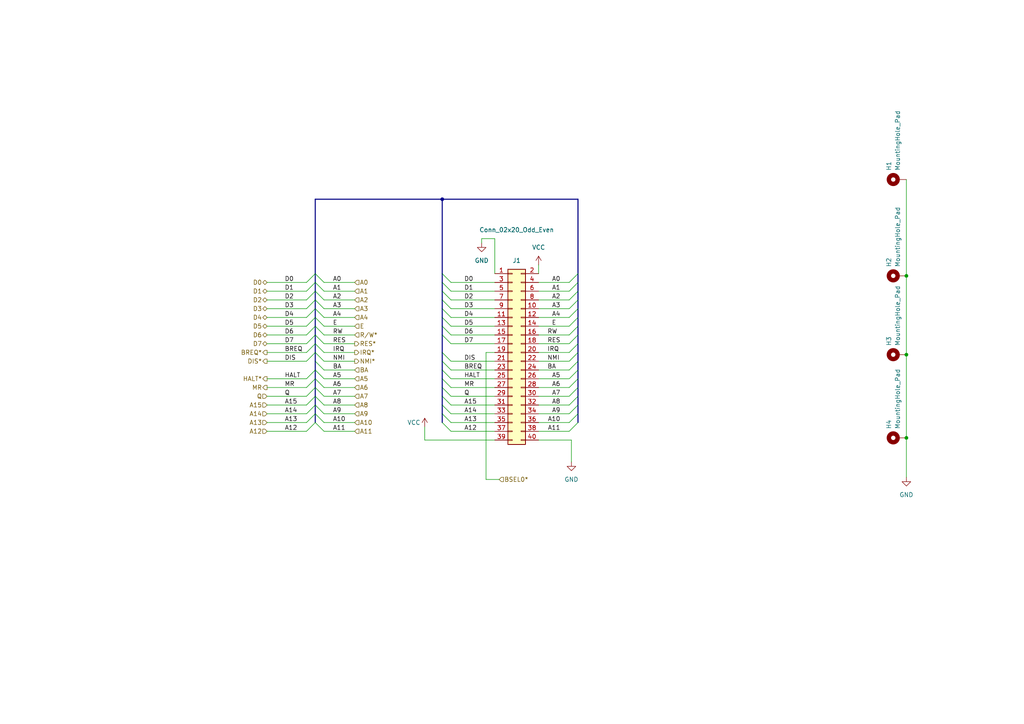
<source format=kicad_sch>
(kicad_sch
	(version 20231120)
	(generator "eeschema")
	(generator_version "8.0")
	(uuid "8686eae7-3c1a-4a76-958f-a44b15eff1a1")
	(paper "A4")
	(title_block
		(title "M8 6809 Mezzanine Board V1.0")
		(date "2023-10-05")
		(rev "1")
		(company "kw")
	)
	(lib_symbols
		(symbol "Connector_Generic:Conn_02x20_Odd_Even"
			(pin_names
				(offset 1.016) hide)
			(exclude_from_sim no)
			(in_bom yes)
			(on_board yes)
			(property "Reference" "J"
				(at 1.27 25.4 0)
				(effects
					(font
						(size 1.27 1.27)
					)
				)
			)
			(property "Value" "Conn_02x20_Odd_Even"
				(at 1.27 -27.94 0)
				(effects
					(font
						(size 1.27 1.27)
					)
				)
			)
			(property "Footprint" ""
				(at 0 0 0)
				(effects
					(font
						(size 1.27 1.27)
					)
					(hide yes)
				)
			)
			(property "Datasheet" "~"
				(at 0 0 0)
				(effects
					(font
						(size 1.27 1.27)
					)
					(hide yes)
				)
			)
			(property "Description" "Generic connector, double row, 02x20, odd/even pin numbering scheme (row 1 odd numbers, row 2 even numbers), script generated (kicad-library-utils/schlib/autogen/connector/)"
				(at 0 0 0)
				(effects
					(font
						(size 1.27 1.27)
					)
					(hide yes)
				)
			)
			(property "ki_keywords" "connector"
				(at 0 0 0)
				(effects
					(font
						(size 1.27 1.27)
					)
					(hide yes)
				)
			)
			(property "ki_fp_filters" "Connector*:*_2x??_*"
				(at 0 0 0)
				(effects
					(font
						(size 1.27 1.27)
					)
					(hide yes)
				)
			)
			(symbol "Conn_02x20_Odd_Even_1_1"
				(rectangle
					(start -1.27 -25.273)
					(end 0 -25.527)
					(stroke
						(width 0.1524)
						(type default)
					)
					(fill
						(type none)
					)
				)
				(rectangle
					(start -1.27 -22.733)
					(end 0 -22.987)
					(stroke
						(width 0.1524)
						(type default)
					)
					(fill
						(type none)
					)
				)
				(rectangle
					(start -1.27 -20.193)
					(end 0 -20.447)
					(stroke
						(width 0.1524)
						(type default)
					)
					(fill
						(type none)
					)
				)
				(rectangle
					(start -1.27 -17.653)
					(end 0 -17.907)
					(stroke
						(width 0.1524)
						(type default)
					)
					(fill
						(type none)
					)
				)
				(rectangle
					(start -1.27 -15.113)
					(end 0 -15.367)
					(stroke
						(width 0.1524)
						(type default)
					)
					(fill
						(type none)
					)
				)
				(rectangle
					(start -1.27 -12.573)
					(end 0 -12.827)
					(stroke
						(width 0.1524)
						(type default)
					)
					(fill
						(type none)
					)
				)
				(rectangle
					(start -1.27 -10.033)
					(end 0 -10.287)
					(stroke
						(width 0.1524)
						(type default)
					)
					(fill
						(type none)
					)
				)
				(rectangle
					(start -1.27 -7.493)
					(end 0 -7.747)
					(stroke
						(width 0.1524)
						(type default)
					)
					(fill
						(type none)
					)
				)
				(rectangle
					(start -1.27 -4.953)
					(end 0 -5.207)
					(stroke
						(width 0.1524)
						(type default)
					)
					(fill
						(type none)
					)
				)
				(rectangle
					(start -1.27 -2.413)
					(end 0 -2.667)
					(stroke
						(width 0.1524)
						(type default)
					)
					(fill
						(type none)
					)
				)
				(rectangle
					(start -1.27 0.127)
					(end 0 -0.127)
					(stroke
						(width 0.1524)
						(type default)
					)
					(fill
						(type none)
					)
				)
				(rectangle
					(start -1.27 2.667)
					(end 0 2.413)
					(stroke
						(width 0.1524)
						(type default)
					)
					(fill
						(type none)
					)
				)
				(rectangle
					(start -1.27 5.207)
					(end 0 4.953)
					(stroke
						(width 0.1524)
						(type default)
					)
					(fill
						(type none)
					)
				)
				(rectangle
					(start -1.27 7.747)
					(end 0 7.493)
					(stroke
						(width 0.1524)
						(type default)
					)
					(fill
						(type none)
					)
				)
				(rectangle
					(start -1.27 10.287)
					(end 0 10.033)
					(stroke
						(width 0.1524)
						(type default)
					)
					(fill
						(type none)
					)
				)
				(rectangle
					(start -1.27 12.827)
					(end 0 12.573)
					(stroke
						(width 0.1524)
						(type default)
					)
					(fill
						(type none)
					)
				)
				(rectangle
					(start -1.27 15.367)
					(end 0 15.113)
					(stroke
						(width 0.1524)
						(type default)
					)
					(fill
						(type none)
					)
				)
				(rectangle
					(start -1.27 17.907)
					(end 0 17.653)
					(stroke
						(width 0.1524)
						(type default)
					)
					(fill
						(type none)
					)
				)
				(rectangle
					(start -1.27 20.447)
					(end 0 20.193)
					(stroke
						(width 0.1524)
						(type default)
					)
					(fill
						(type none)
					)
				)
				(rectangle
					(start -1.27 22.987)
					(end 0 22.733)
					(stroke
						(width 0.1524)
						(type default)
					)
					(fill
						(type none)
					)
				)
				(rectangle
					(start -1.27 24.13)
					(end 3.81 -26.67)
					(stroke
						(width 0.254)
						(type default)
					)
					(fill
						(type background)
					)
				)
				(rectangle
					(start 3.81 -25.273)
					(end 2.54 -25.527)
					(stroke
						(width 0.1524)
						(type default)
					)
					(fill
						(type none)
					)
				)
				(rectangle
					(start 3.81 -22.733)
					(end 2.54 -22.987)
					(stroke
						(width 0.1524)
						(type default)
					)
					(fill
						(type none)
					)
				)
				(rectangle
					(start 3.81 -20.193)
					(end 2.54 -20.447)
					(stroke
						(width 0.1524)
						(type default)
					)
					(fill
						(type none)
					)
				)
				(rectangle
					(start 3.81 -17.653)
					(end 2.54 -17.907)
					(stroke
						(width 0.1524)
						(type default)
					)
					(fill
						(type none)
					)
				)
				(rectangle
					(start 3.81 -15.113)
					(end 2.54 -15.367)
					(stroke
						(width 0.1524)
						(type default)
					)
					(fill
						(type none)
					)
				)
				(rectangle
					(start 3.81 -12.573)
					(end 2.54 -12.827)
					(stroke
						(width 0.1524)
						(type default)
					)
					(fill
						(type none)
					)
				)
				(rectangle
					(start 3.81 -10.033)
					(end 2.54 -10.287)
					(stroke
						(width 0.1524)
						(type default)
					)
					(fill
						(type none)
					)
				)
				(rectangle
					(start 3.81 -7.493)
					(end 2.54 -7.747)
					(stroke
						(width 0.1524)
						(type default)
					)
					(fill
						(type none)
					)
				)
				(rectangle
					(start 3.81 -4.953)
					(end 2.54 -5.207)
					(stroke
						(width 0.1524)
						(type default)
					)
					(fill
						(type none)
					)
				)
				(rectangle
					(start 3.81 -2.413)
					(end 2.54 -2.667)
					(stroke
						(width 0.1524)
						(type default)
					)
					(fill
						(type none)
					)
				)
				(rectangle
					(start 3.81 0.127)
					(end 2.54 -0.127)
					(stroke
						(width 0.1524)
						(type default)
					)
					(fill
						(type none)
					)
				)
				(rectangle
					(start 3.81 2.667)
					(end 2.54 2.413)
					(stroke
						(width 0.1524)
						(type default)
					)
					(fill
						(type none)
					)
				)
				(rectangle
					(start 3.81 5.207)
					(end 2.54 4.953)
					(stroke
						(width 0.1524)
						(type default)
					)
					(fill
						(type none)
					)
				)
				(rectangle
					(start 3.81 7.747)
					(end 2.54 7.493)
					(stroke
						(width 0.1524)
						(type default)
					)
					(fill
						(type none)
					)
				)
				(rectangle
					(start 3.81 10.287)
					(end 2.54 10.033)
					(stroke
						(width 0.1524)
						(type default)
					)
					(fill
						(type none)
					)
				)
				(rectangle
					(start 3.81 12.827)
					(end 2.54 12.573)
					(stroke
						(width 0.1524)
						(type default)
					)
					(fill
						(type none)
					)
				)
				(rectangle
					(start 3.81 15.367)
					(end 2.54 15.113)
					(stroke
						(width 0.1524)
						(type default)
					)
					(fill
						(type none)
					)
				)
				(rectangle
					(start 3.81 17.907)
					(end 2.54 17.653)
					(stroke
						(width 0.1524)
						(type default)
					)
					(fill
						(type none)
					)
				)
				(rectangle
					(start 3.81 20.447)
					(end 2.54 20.193)
					(stroke
						(width 0.1524)
						(type default)
					)
					(fill
						(type none)
					)
				)
				(rectangle
					(start 3.81 22.987)
					(end 2.54 22.733)
					(stroke
						(width 0.1524)
						(type default)
					)
					(fill
						(type none)
					)
				)
				(pin passive line
					(at -5.08 22.86 0)
					(length 3.81)
					(name "Pin_1"
						(effects
							(font
								(size 1.27 1.27)
							)
						)
					)
					(number "1"
						(effects
							(font
								(size 1.27 1.27)
							)
						)
					)
				)
				(pin passive line
					(at 7.62 12.7 180)
					(length 3.81)
					(name "Pin_10"
						(effects
							(font
								(size 1.27 1.27)
							)
						)
					)
					(number "10"
						(effects
							(font
								(size 1.27 1.27)
							)
						)
					)
				)
				(pin passive line
					(at -5.08 10.16 0)
					(length 3.81)
					(name "Pin_11"
						(effects
							(font
								(size 1.27 1.27)
							)
						)
					)
					(number "11"
						(effects
							(font
								(size 1.27 1.27)
							)
						)
					)
				)
				(pin passive line
					(at 7.62 10.16 180)
					(length 3.81)
					(name "Pin_12"
						(effects
							(font
								(size 1.27 1.27)
							)
						)
					)
					(number "12"
						(effects
							(font
								(size 1.27 1.27)
							)
						)
					)
				)
				(pin passive line
					(at -5.08 7.62 0)
					(length 3.81)
					(name "Pin_13"
						(effects
							(font
								(size 1.27 1.27)
							)
						)
					)
					(number "13"
						(effects
							(font
								(size 1.27 1.27)
							)
						)
					)
				)
				(pin passive line
					(at 7.62 7.62 180)
					(length 3.81)
					(name "Pin_14"
						(effects
							(font
								(size 1.27 1.27)
							)
						)
					)
					(number "14"
						(effects
							(font
								(size 1.27 1.27)
							)
						)
					)
				)
				(pin passive line
					(at -5.08 5.08 0)
					(length 3.81)
					(name "Pin_15"
						(effects
							(font
								(size 1.27 1.27)
							)
						)
					)
					(number "15"
						(effects
							(font
								(size 1.27 1.27)
							)
						)
					)
				)
				(pin passive line
					(at 7.62 5.08 180)
					(length 3.81)
					(name "Pin_16"
						(effects
							(font
								(size 1.27 1.27)
							)
						)
					)
					(number "16"
						(effects
							(font
								(size 1.27 1.27)
							)
						)
					)
				)
				(pin passive line
					(at -5.08 2.54 0)
					(length 3.81)
					(name "Pin_17"
						(effects
							(font
								(size 1.27 1.27)
							)
						)
					)
					(number "17"
						(effects
							(font
								(size 1.27 1.27)
							)
						)
					)
				)
				(pin passive line
					(at 7.62 2.54 180)
					(length 3.81)
					(name "Pin_18"
						(effects
							(font
								(size 1.27 1.27)
							)
						)
					)
					(number "18"
						(effects
							(font
								(size 1.27 1.27)
							)
						)
					)
				)
				(pin passive line
					(at -5.08 0 0)
					(length 3.81)
					(name "Pin_19"
						(effects
							(font
								(size 1.27 1.27)
							)
						)
					)
					(number "19"
						(effects
							(font
								(size 1.27 1.27)
							)
						)
					)
				)
				(pin passive line
					(at 7.62 22.86 180)
					(length 3.81)
					(name "Pin_2"
						(effects
							(font
								(size 1.27 1.27)
							)
						)
					)
					(number "2"
						(effects
							(font
								(size 1.27 1.27)
							)
						)
					)
				)
				(pin passive line
					(at 7.62 0 180)
					(length 3.81)
					(name "Pin_20"
						(effects
							(font
								(size 1.27 1.27)
							)
						)
					)
					(number "20"
						(effects
							(font
								(size 1.27 1.27)
							)
						)
					)
				)
				(pin passive line
					(at -5.08 -2.54 0)
					(length 3.81)
					(name "Pin_21"
						(effects
							(font
								(size 1.27 1.27)
							)
						)
					)
					(number "21"
						(effects
							(font
								(size 1.27 1.27)
							)
						)
					)
				)
				(pin passive line
					(at 7.62 -2.54 180)
					(length 3.81)
					(name "Pin_22"
						(effects
							(font
								(size 1.27 1.27)
							)
						)
					)
					(number "22"
						(effects
							(font
								(size 1.27 1.27)
							)
						)
					)
				)
				(pin passive line
					(at -5.08 -5.08 0)
					(length 3.81)
					(name "Pin_23"
						(effects
							(font
								(size 1.27 1.27)
							)
						)
					)
					(number "23"
						(effects
							(font
								(size 1.27 1.27)
							)
						)
					)
				)
				(pin passive line
					(at 7.62 -5.08 180)
					(length 3.81)
					(name "Pin_24"
						(effects
							(font
								(size 1.27 1.27)
							)
						)
					)
					(number "24"
						(effects
							(font
								(size 1.27 1.27)
							)
						)
					)
				)
				(pin passive line
					(at -5.08 -7.62 0)
					(length 3.81)
					(name "Pin_25"
						(effects
							(font
								(size 1.27 1.27)
							)
						)
					)
					(number "25"
						(effects
							(font
								(size 1.27 1.27)
							)
						)
					)
				)
				(pin passive line
					(at 7.62 -7.62 180)
					(length 3.81)
					(name "Pin_26"
						(effects
							(font
								(size 1.27 1.27)
							)
						)
					)
					(number "26"
						(effects
							(font
								(size 1.27 1.27)
							)
						)
					)
				)
				(pin passive line
					(at -5.08 -10.16 0)
					(length 3.81)
					(name "Pin_27"
						(effects
							(font
								(size 1.27 1.27)
							)
						)
					)
					(number "27"
						(effects
							(font
								(size 1.27 1.27)
							)
						)
					)
				)
				(pin passive line
					(at 7.62 -10.16 180)
					(length 3.81)
					(name "Pin_28"
						(effects
							(font
								(size 1.27 1.27)
							)
						)
					)
					(number "28"
						(effects
							(font
								(size 1.27 1.27)
							)
						)
					)
				)
				(pin passive line
					(at -5.08 -12.7 0)
					(length 3.81)
					(name "Pin_29"
						(effects
							(font
								(size 1.27 1.27)
							)
						)
					)
					(number "29"
						(effects
							(font
								(size 1.27 1.27)
							)
						)
					)
				)
				(pin passive line
					(at -5.08 20.32 0)
					(length 3.81)
					(name "Pin_3"
						(effects
							(font
								(size 1.27 1.27)
							)
						)
					)
					(number "3"
						(effects
							(font
								(size 1.27 1.27)
							)
						)
					)
				)
				(pin passive line
					(at 7.62 -12.7 180)
					(length 3.81)
					(name "Pin_30"
						(effects
							(font
								(size 1.27 1.27)
							)
						)
					)
					(number "30"
						(effects
							(font
								(size 1.27 1.27)
							)
						)
					)
				)
				(pin passive line
					(at -5.08 -15.24 0)
					(length 3.81)
					(name "Pin_31"
						(effects
							(font
								(size 1.27 1.27)
							)
						)
					)
					(number "31"
						(effects
							(font
								(size 1.27 1.27)
							)
						)
					)
				)
				(pin passive line
					(at 7.62 -15.24 180)
					(length 3.81)
					(name "Pin_32"
						(effects
							(font
								(size 1.27 1.27)
							)
						)
					)
					(number "32"
						(effects
							(font
								(size 1.27 1.27)
							)
						)
					)
				)
				(pin passive line
					(at -5.08 -17.78 0)
					(length 3.81)
					(name "Pin_33"
						(effects
							(font
								(size 1.27 1.27)
							)
						)
					)
					(number "33"
						(effects
							(font
								(size 1.27 1.27)
							)
						)
					)
				)
				(pin passive line
					(at 7.62 -17.78 180)
					(length 3.81)
					(name "Pin_34"
						(effects
							(font
								(size 1.27 1.27)
							)
						)
					)
					(number "34"
						(effects
							(font
								(size 1.27 1.27)
							)
						)
					)
				)
				(pin passive line
					(at -5.08 -20.32 0)
					(length 3.81)
					(name "Pin_35"
						(effects
							(font
								(size 1.27 1.27)
							)
						)
					)
					(number "35"
						(effects
							(font
								(size 1.27 1.27)
							)
						)
					)
				)
				(pin passive line
					(at 7.62 -20.32 180)
					(length 3.81)
					(name "Pin_36"
						(effects
							(font
								(size 1.27 1.27)
							)
						)
					)
					(number "36"
						(effects
							(font
								(size 1.27 1.27)
							)
						)
					)
				)
				(pin passive line
					(at -5.08 -22.86 0)
					(length 3.81)
					(name "Pin_37"
						(effects
							(font
								(size 1.27 1.27)
							)
						)
					)
					(number "37"
						(effects
							(font
								(size 1.27 1.27)
							)
						)
					)
				)
				(pin passive line
					(at 7.62 -22.86 180)
					(length 3.81)
					(name "Pin_38"
						(effects
							(font
								(size 1.27 1.27)
							)
						)
					)
					(number "38"
						(effects
							(font
								(size 1.27 1.27)
							)
						)
					)
				)
				(pin passive line
					(at -5.08 -25.4 0)
					(length 3.81)
					(name "Pin_39"
						(effects
							(font
								(size 1.27 1.27)
							)
						)
					)
					(number "39"
						(effects
							(font
								(size 1.27 1.27)
							)
						)
					)
				)
				(pin passive line
					(at 7.62 20.32 180)
					(length 3.81)
					(name "Pin_4"
						(effects
							(font
								(size 1.27 1.27)
							)
						)
					)
					(number "4"
						(effects
							(font
								(size 1.27 1.27)
							)
						)
					)
				)
				(pin passive line
					(at 7.62 -25.4 180)
					(length 3.81)
					(name "Pin_40"
						(effects
							(font
								(size 1.27 1.27)
							)
						)
					)
					(number "40"
						(effects
							(font
								(size 1.27 1.27)
							)
						)
					)
				)
				(pin passive line
					(at -5.08 17.78 0)
					(length 3.81)
					(name "Pin_5"
						(effects
							(font
								(size 1.27 1.27)
							)
						)
					)
					(number "5"
						(effects
							(font
								(size 1.27 1.27)
							)
						)
					)
				)
				(pin passive line
					(at 7.62 17.78 180)
					(length 3.81)
					(name "Pin_6"
						(effects
							(font
								(size 1.27 1.27)
							)
						)
					)
					(number "6"
						(effects
							(font
								(size 1.27 1.27)
							)
						)
					)
				)
				(pin passive line
					(at -5.08 15.24 0)
					(length 3.81)
					(name "Pin_7"
						(effects
							(font
								(size 1.27 1.27)
							)
						)
					)
					(number "7"
						(effects
							(font
								(size 1.27 1.27)
							)
						)
					)
				)
				(pin passive line
					(at 7.62 15.24 180)
					(length 3.81)
					(name "Pin_8"
						(effects
							(font
								(size 1.27 1.27)
							)
						)
					)
					(number "8"
						(effects
							(font
								(size 1.27 1.27)
							)
						)
					)
				)
				(pin passive line
					(at -5.08 12.7 0)
					(length 3.81)
					(name "Pin_9"
						(effects
							(font
								(size 1.27 1.27)
							)
						)
					)
					(number "9"
						(effects
							(font
								(size 1.27 1.27)
							)
						)
					)
				)
			)
		)
		(symbol "Mechanical:MountingHole_Pad"
			(pin_numbers hide)
			(pin_names
				(offset 1.016) hide)
			(exclude_from_sim no)
			(in_bom yes)
			(on_board yes)
			(property "Reference" "H"
				(at 0 6.35 0)
				(effects
					(font
						(size 1.27 1.27)
					)
				)
			)
			(property "Value" "MountingHole_Pad"
				(at 0 4.445 0)
				(effects
					(font
						(size 1.27 1.27)
					)
				)
			)
			(property "Footprint" ""
				(at 0 0 0)
				(effects
					(font
						(size 1.27 1.27)
					)
					(hide yes)
				)
			)
			(property "Datasheet" "~"
				(at 0 0 0)
				(effects
					(font
						(size 1.27 1.27)
					)
					(hide yes)
				)
			)
			(property "Description" "Mounting Hole with connection"
				(at 0 0 0)
				(effects
					(font
						(size 1.27 1.27)
					)
					(hide yes)
				)
			)
			(property "ki_keywords" "mounting hole"
				(at 0 0 0)
				(effects
					(font
						(size 1.27 1.27)
					)
					(hide yes)
				)
			)
			(property "ki_fp_filters" "MountingHole*Pad*"
				(at 0 0 0)
				(effects
					(font
						(size 1.27 1.27)
					)
					(hide yes)
				)
			)
			(symbol "MountingHole_Pad_0_1"
				(circle
					(center 0 1.27)
					(radius 1.27)
					(stroke
						(width 1.27)
						(type default)
					)
					(fill
						(type none)
					)
				)
			)
			(symbol "MountingHole_Pad_1_1"
				(pin input line
					(at 0 -2.54 90)
					(length 2.54)
					(name "1"
						(effects
							(font
								(size 1.27 1.27)
							)
						)
					)
					(number "1"
						(effects
							(font
								(size 1.27 1.27)
							)
						)
					)
				)
			)
		)
		(symbol "power:GND"
			(power)
			(pin_names
				(offset 0)
			)
			(exclude_from_sim no)
			(in_bom yes)
			(on_board yes)
			(property "Reference" "#PWR"
				(at 0 -6.35 0)
				(effects
					(font
						(size 1.27 1.27)
					)
					(hide yes)
				)
			)
			(property "Value" "GND"
				(at 0 -3.81 0)
				(effects
					(font
						(size 1.27 1.27)
					)
				)
			)
			(property "Footprint" ""
				(at 0 0 0)
				(effects
					(font
						(size 1.27 1.27)
					)
					(hide yes)
				)
			)
			(property "Datasheet" ""
				(at 0 0 0)
				(effects
					(font
						(size 1.27 1.27)
					)
					(hide yes)
				)
			)
			(property "Description" "Power symbol creates a global label with name \"GND\" , ground"
				(at 0 0 0)
				(effects
					(font
						(size 1.27 1.27)
					)
					(hide yes)
				)
			)
			(property "ki_keywords" "power-flag"
				(at 0 0 0)
				(effects
					(font
						(size 1.27 1.27)
					)
					(hide yes)
				)
			)
			(symbol "GND_0_1"
				(polyline
					(pts
						(xy 0 0) (xy 0 -1.27) (xy 1.27 -1.27) (xy 0 -2.54) (xy -1.27 -1.27) (xy 0 -1.27)
					)
					(stroke
						(width 0)
						(type default)
					)
					(fill
						(type none)
					)
				)
			)
			(symbol "GND_1_1"
				(pin power_in line
					(at 0 0 270)
					(length 0) hide
					(name "GND"
						(effects
							(font
								(size 1.27 1.27)
							)
						)
					)
					(number "1"
						(effects
							(font
								(size 1.27 1.27)
							)
						)
					)
				)
			)
		)
		(symbol "power:VCC"
			(power)
			(pin_names
				(offset 0)
			)
			(exclude_from_sim no)
			(in_bom yes)
			(on_board yes)
			(property "Reference" "#PWR"
				(at 0 -3.81 0)
				(effects
					(font
						(size 1.27 1.27)
					)
					(hide yes)
				)
			)
			(property "Value" "VCC"
				(at 0 3.81 0)
				(effects
					(font
						(size 1.27 1.27)
					)
				)
			)
			(property "Footprint" ""
				(at 0 0 0)
				(effects
					(font
						(size 1.27 1.27)
					)
					(hide yes)
				)
			)
			(property "Datasheet" ""
				(at 0 0 0)
				(effects
					(font
						(size 1.27 1.27)
					)
					(hide yes)
				)
			)
			(property "Description" "Power symbol creates a global label with name \"VCC\""
				(at 0 0 0)
				(effects
					(font
						(size 1.27 1.27)
					)
					(hide yes)
				)
			)
			(property "ki_keywords" "power-flag"
				(at 0 0 0)
				(effects
					(font
						(size 1.27 1.27)
					)
					(hide yes)
				)
			)
			(symbol "VCC_0_1"
				(polyline
					(pts
						(xy -0.762 1.27) (xy 0 2.54)
					)
					(stroke
						(width 0)
						(type default)
					)
					(fill
						(type none)
					)
				)
				(polyline
					(pts
						(xy 0 0) (xy 0 2.54)
					)
					(stroke
						(width 0)
						(type default)
					)
					(fill
						(type none)
					)
				)
				(polyline
					(pts
						(xy 0 2.54) (xy 0.762 1.27)
					)
					(stroke
						(width 0)
						(type default)
					)
					(fill
						(type none)
					)
				)
			)
			(symbol "VCC_1_1"
				(pin power_in line
					(at 0 0 90)
					(length 0) hide
					(name "VCC"
						(effects
							(font
								(size 1.27 1.27)
							)
						)
					)
					(number "1"
						(effects
							(font
								(size 1.27 1.27)
							)
						)
					)
				)
			)
		)
	)
	(junction
		(at 262.89 80.01)
		(diameter 0)
		(color 0 0 0 0)
		(uuid "217e94c6-ed64-4988-a516-229d061e9ba7")
	)
	(junction
		(at 128.27 57.785)
		(diameter 0)
		(color 0 0 0 0)
		(uuid "837c15a0-1056-4458-8152-05dffd5bef8c")
	)
	(junction
		(at 262.89 102.87)
		(diameter 0)
		(color 0 0 0 0)
		(uuid "dcca1e4f-138c-4b31-ba99-897865e9e1f5")
	)
	(junction
		(at 262.89 127)
		(diameter 0)
		(color 0 0 0 0)
		(uuid "e77c2bd7-4cfc-43af-9981-024f6cfaa162")
	)
	(bus_entry
		(at 91.44 104.775)
		(size 2.54 2.54)
		(stroke
			(width 0)
			(type default)
		)
		(uuid "00271ee8-bb70-4dd0-9613-2f4c001812df")
	)
	(bus_entry
		(at 167.64 94.615)
		(size -2.54 2.54)
		(stroke
			(width 0)
			(type default)
		)
		(uuid "012829c2-8eb7-438f-a73f-545e19a12f6d")
	)
	(bus_entry
		(at 91.44 79.375)
		(size -2.54 2.54)
		(stroke
			(width 0)
			(type default)
		)
		(uuid "02e95fe9-8134-4467-bcc3-5afa1592f662")
	)
	(bus_entry
		(at 91.44 97.155)
		(size 2.54 2.54)
		(stroke
			(width 0)
			(type default)
		)
		(uuid "0a53d3d7-1cdf-450c-b5b5-6ceed568c933")
	)
	(bus_entry
		(at 91.44 92.075)
		(size 2.54 2.54)
		(stroke
			(width 0)
			(type default)
		)
		(uuid "0d44ac20-0dec-40ab-ae95-75298288689f")
	)
	(bus_entry
		(at 91.44 120.015)
		(size -2.54 2.54)
		(stroke
			(width 0)
			(type default)
		)
		(uuid "0f0c498d-1130-45cf-978f-23e74b41a879")
	)
	(bus_entry
		(at 91.44 102.235)
		(size 2.54 2.54)
		(stroke
			(width 0)
			(type default)
		)
		(uuid "117a72e3-e69f-49e3-adba-f2c048e7863d")
	)
	(bus_entry
		(at 128.27 102.235)
		(size 2.54 2.54)
		(stroke
			(width 0)
			(type default)
		)
		(uuid "12e3aeab-3bab-4a5d-ab25-b817a12a1c3f")
	)
	(bus_entry
		(at 91.44 92.075)
		(size -2.54 2.54)
		(stroke
			(width 0)
			(type default)
		)
		(uuid "25f6d698-7138-4434-9726-a4c6cd99e9f0")
	)
	(bus_entry
		(at 128.27 112.395)
		(size 2.54 2.54)
		(stroke
			(width 0)
			(type default)
		)
		(uuid "268636f5-4c08-4678-b0af-ff587e45ea6c")
	)
	(bus_entry
		(at 91.44 79.375)
		(size 2.54 2.54)
		(stroke
			(width 0)
			(type default)
		)
		(uuid "26dc2eba-41d5-4ac5-aa71-cabbb405bf45")
	)
	(bus_entry
		(at 91.44 97.155)
		(size -2.54 2.54)
		(stroke
			(width 0)
			(type default)
		)
		(uuid "2a329735-72a7-4182-937e-046ed420092f")
	)
	(bus_entry
		(at 91.44 114.935)
		(size 2.54 2.54)
		(stroke
			(width 0)
			(type default)
		)
		(uuid "2b42a8df-465f-4b4a-9c27-dd66183d47a5")
	)
	(bus_entry
		(at 91.44 81.915)
		(size 2.54 2.54)
		(stroke
			(width 0)
			(type default)
		)
		(uuid "31a30f14-4fdf-4f4a-8b20-d2495f338b33")
	)
	(bus_entry
		(at 167.64 107.315)
		(size -2.54 2.54)
		(stroke
			(width 0)
			(type default)
		)
		(uuid "333fc011-7d38-4457-a6ba-7747a5f7b9b4")
	)
	(bus_entry
		(at 128.27 97.155)
		(size 2.54 2.54)
		(stroke
			(width 0)
			(type default)
		)
		(uuid "352147f7-07b8-4e2f-a343-91e57d172aa2")
	)
	(bus_entry
		(at 91.44 122.555)
		(size -2.54 2.54)
		(stroke
			(width 0)
			(type default)
		)
		(uuid "3b90691b-c4e8-4dad-b690-21914dd057e9")
	)
	(bus_entry
		(at 167.64 97.155)
		(size -2.54 2.54)
		(stroke
			(width 0)
			(type default)
		)
		(uuid "3ecdf6a9-6ea0-47a1-81bf-330b24e960ae")
	)
	(bus_entry
		(at 167.64 84.455)
		(size -2.54 2.54)
		(stroke
			(width 0)
			(type default)
		)
		(uuid "3ffe589c-b582-4d6c-b07e-288b3d5de447")
	)
	(bus_entry
		(at 128.27 84.455)
		(size 2.54 2.54)
		(stroke
			(width 0)
			(type default)
		)
		(uuid "40868b4a-f672-4287-8d2d-318df1dd41d4")
	)
	(bus_entry
		(at 167.64 122.555)
		(size -2.54 2.54)
		(stroke
			(width 0)
			(type default)
		)
		(uuid "41d73fef-e886-4c2e-b413-4c0b36c82fa4")
	)
	(bus_entry
		(at 128.27 122.555)
		(size 2.54 2.54)
		(stroke
			(width 0)
			(type default)
		)
		(uuid "45c0bce7-a722-4efa-a6ec-42b0b581a266")
	)
	(bus_entry
		(at 128.27 94.615)
		(size 2.54 2.54)
		(stroke
			(width 0)
			(type default)
		)
		(uuid "4d7879e3-92a5-4edb-bef6-cf360a0041d3")
	)
	(bus_entry
		(at 91.44 86.995)
		(size 2.54 2.54)
		(stroke
			(width 0)
			(type default)
		)
		(uuid "4dedeced-0a21-4533-96e6-f62e6e80a053")
	)
	(bus_entry
		(at 167.64 117.475)
		(size -2.54 2.54)
		(stroke
			(width 0)
			(type default)
		)
		(uuid "50bc55f8-37ad-46a2-a96e-537d32e2c054")
	)
	(bus_entry
		(at 128.27 109.855)
		(size 2.54 2.54)
		(stroke
			(width 0)
			(type default)
		)
		(uuid "540eea71-24e7-417c-ad6e-5732f8453352")
	)
	(bus_entry
		(at 167.64 109.855)
		(size -2.54 2.54)
		(stroke
			(width 0)
			(type default)
		)
		(uuid "54cccccf-6c6a-4c45-a419-467909957a5d")
	)
	(bus_entry
		(at 91.44 120.015)
		(size 2.54 2.54)
		(stroke
			(width 0)
			(type default)
		)
		(uuid "60e3216b-8ff8-49ea-9e6d-8dcd2ee73f80")
	)
	(bus_entry
		(at 128.27 117.475)
		(size 2.54 2.54)
		(stroke
			(width 0)
			(type default)
		)
		(uuid "622d7e97-8063-4410-bb25-f0d9b642cf70")
	)
	(bus_entry
		(at 128.27 120.015)
		(size 2.54 2.54)
		(stroke
			(width 0)
			(type default)
		)
		(uuid "636796b7-d1ac-40fb-a6b9-e221a8bbc6e9")
	)
	(bus_entry
		(at 91.44 107.315)
		(size -2.54 2.54)
		(stroke
			(width 0)
			(type default)
		)
		(uuid "63aaf4eb-e8c3-436d-a689-c7df8b62b30e")
	)
	(bus_entry
		(at 167.64 112.395)
		(size -2.54 2.54)
		(stroke
			(width 0)
			(type default)
		)
		(uuid "64604343-71e5-41f4-af46-ee9cd672fab3")
	)
	(bus_entry
		(at 91.44 99.695)
		(size -2.54 2.54)
		(stroke
			(width 0)
			(type default)
		)
		(uuid "67f74666-f17b-41bf-9561-a01ec2ea94b3")
	)
	(bus_entry
		(at 91.44 94.615)
		(size -2.54 2.54)
		(stroke
			(width 0)
			(type default)
		)
		(uuid "6b724bf4-a116-4880-bd55-885311e464f1")
	)
	(bus_entry
		(at 91.44 84.455)
		(size -2.54 2.54)
		(stroke
			(width 0)
			(type default)
		)
		(uuid "6bcf5277-8f78-4d76-a107-1313d363cd32")
	)
	(bus_entry
		(at 91.44 81.915)
		(size -2.54 2.54)
		(stroke
			(width 0)
			(type default)
		)
		(uuid "7ce9bc5c-62bb-4113-8462-249d7a6c7fd6")
	)
	(bus_entry
		(at 128.27 81.915)
		(size 2.54 2.54)
		(stroke
			(width 0)
			(type default)
		)
		(uuid "7fb027ed-03d0-463f-a81b-1891a3375886")
	)
	(bus_entry
		(at 128.27 107.315)
		(size 2.54 2.54)
		(stroke
			(width 0)
			(type default)
		)
		(uuid "80b076bb-9fa0-42b8-90ba-eb4140d09aca")
	)
	(bus_entry
		(at 128.27 89.535)
		(size 2.54 2.54)
		(stroke
			(width 0)
			(type default)
		)
		(uuid "86d8b04e-0e8d-463e-b004-d061e4f5c2a6")
	)
	(bus_entry
		(at 128.27 92.075)
		(size 2.54 2.54)
		(stroke
			(width 0)
			(type default)
		)
		(uuid "88cd1bcd-ec91-400b-ba78-9726319fb811")
	)
	(bus_entry
		(at 167.64 79.375)
		(size -2.54 2.54)
		(stroke
			(width 0)
			(type default)
		)
		(uuid "8ac01ab8-f45b-44cb-9bb4-bda6918cd771")
	)
	(bus_entry
		(at 91.44 112.395)
		(size 2.54 2.54)
		(stroke
			(width 0)
			(type default)
		)
		(uuid "8b01f2c1-167b-4e55-b10e-3cb2e8c19894")
	)
	(bus_entry
		(at 167.64 99.695)
		(size -2.54 2.54)
		(stroke
			(width 0)
			(type default)
		)
		(uuid "8b4d1661-45c2-4eb4-9981-e26d56caa015")
	)
	(bus_entry
		(at 167.64 114.935)
		(size -2.54 2.54)
		(stroke
			(width 0)
			(type default)
		)
		(uuid "8c86e75a-79fc-4748-bf02-704414c0c24d")
	)
	(bus_entry
		(at 167.64 102.235)
		(size -2.54 2.54)
		(stroke
			(width 0)
			(type default)
		)
		(uuid "8f564b77-0f33-4c29-9e9f-07360729c33a")
	)
	(bus_entry
		(at 91.44 114.935)
		(size -2.54 2.54)
		(stroke
			(width 0)
			(type default)
		)
		(uuid "90a65af2-f6bc-45f0-a668-b613973b724a")
	)
	(bus_entry
		(at 91.44 86.995)
		(size -2.54 2.54)
		(stroke
			(width 0)
			(type default)
		)
		(uuid "9117ad1f-5068-4e9c-81bb-45e1310fd6bd")
	)
	(bus_entry
		(at 91.44 102.235)
		(size -2.54 2.54)
		(stroke
			(width 0)
			(type default)
		)
		(uuid "9d1fdaf2-e6e3-4f29-996f-dbe705a58968")
	)
	(bus_entry
		(at 128.27 104.775)
		(size 2.54 2.54)
		(stroke
			(width 0)
			(type default)
		)
		(uuid "9e12f479-e55c-4934-805b-3e59f777920d")
	)
	(bus_entry
		(at 91.44 109.855)
		(size -2.54 2.54)
		(stroke
			(width 0)
			(type default)
		)
		(uuid "9ff782ff-507c-4bbd-b1b8-ba5eb13a0f67")
	)
	(bus_entry
		(at 167.64 86.995)
		(size -2.54 2.54)
		(stroke
			(width 0)
			(type default)
		)
		(uuid "a16be40a-83b1-4754-90af-2e14289329fc")
	)
	(bus_entry
		(at 91.44 94.615)
		(size 2.54 2.54)
		(stroke
			(width 0)
			(type default)
		)
		(uuid "a2633c88-796c-4166-9adb-b1a61be27eee")
	)
	(bus_entry
		(at 91.44 122.555)
		(size 2.54 2.54)
		(stroke
			(width 0)
			(type default)
		)
		(uuid "a3f70a66-04e6-4661-8b8b-611ec08ad996")
	)
	(bus_entry
		(at 91.44 117.475)
		(size -2.54 2.54)
		(stroke
			(width 0)
			(type default)
		)
		(uuid "a4333148-b361-4950-81b6-f6dc81ee15d3")
	)
	(bus_entry
		(at 128.27 79.375)
		(size 2.54 2.54)
		(stroke
			(width 0)
			(type default)
		)
		(uuid "a487e78c-d9c1-4ee9-9e6e-fcc92ae63e16")
	)
	(bus_entry
		(at 91.44 84.455)
		(size 2.54 2.54)
		(stroke
			(width 0)
			(type default)
		)
		(uuid "a5c9a67c-bd09-4791-8d74-355304f4d5c2")
	)
	(bus_entry
		(at 91.44 117.475)
		(size 2.54 2.54)
		(stroke
			(width 0)
			(type default)
		)
		(uuid "ac11da9f-ab0c-492a-bfa8-7c071cdf9cde")
	)
	(bus_entry
		(at 167.64 81.915)
		(size -2.54 2.54)
		(stroke
			(width 0)
			(type default)
		)
		(uuid "ba61258d-d27b-4ba2-8187-6e3b08fca0bb")
	)
	(bus_entry
		(at 167.64 104.775)
		(size -2.54 2.54)
		(stroke
			(width 0)
			(type default)
		)
		(uuid "bd945488-a4dd-4ea9-adfd-b735ca64ef0d")
	)
	(bus_entry
		(at 91.44 99.695)
		(size 2.54 2.54)
		(stroke
			(width 0)
			(type default)
		)
		(uuid "c516d05f-5c65-4e16-a13b-8983b9fcaa3f")
	)
	(bus_entry
		(at 128.27 114.935)
		(size 2.54 2.54)
		(stroke
			(width 0)
			(type default)
		)
		(uuid "c95fb924-01b0-474f-8565-68df4b44b20e")
	)
	(bus_entry
		(at 91.44 109.855)
		(size 2.54 2.54)
		(stroke
			(width 0)
			(type default)
		)
		(uuid "ce61ccea-eeef-4890-9a1b-fff445b3dcdb")
	)
	(bus_entry
		(at 91.44 89.535)
		(size -2.54 2.54)
		(stroke
			(width 0)
			(type default)
		)
		(uuid "d243d148-5e6f-4c93-bb1e-b4cae4945bf3")
	)
	(bus_entry
		(at 91.44 89.535)
		(size 2.54 2.54)
		(stroke
			(width 0)
			(type default)
		)
		(uuid "d2cec576-428a-443b-9c87-a85886fdcaa7")
	)
	(bus_entry
		(at 167.64 92.075)
		(size -2.54 2.54)
		(stroke
			(width 0)
			(type default)
		)
		(uuid "d4d18339-ded7-4e47-b672-ae7ff951065a")
	)
	(bus_entry
		(at 167.64 120.015)
		(size -2.54 2.54)
		(stroke
			(width 0)
			(type default)
		)
		(uuid "d6f8dd2c-4cae-4821-93e0-c0b10c80004c")
	)
	(bus_entry
		(at 91.44 107.315)
		(size 2.54 2.54)
		(stroke
			(width 0)
			(type default)
		)
		(uuid "dffb20d7-4363-461f-bced-f6fa45720a4b")
	)
	(bus_entry
		(at 167.64 89.535)
		(size -2.54 2.54)
		(stroke
			(width 0)
			(type default)
		)
		(uuid "e36b1663-cff3-4bae-b40f-7046cc3a2ab3")
	)
	(bus_entry
		(at 128.27 86.995)
		(size 2.54 2.54)
		(stroke
			(width 0)
			(type default)
		)
		(uuid "ec0d92e4-f083-4484-b785-ee3e327e2f4f")
	)
	(bus_entry
		(at 91.44 112.395)
		(size -2.54 2.54)
		(stroke
			(width 0)
			(type default)
		)
		(uuid "f13c8c02-5706-4bda-b023-cd25558f7b14")
	)
	(wire
		(pts
			(xy 77.47 120.015) (xy 88.9 120.015)
		)
		(stroke
			(width 0)
			(type default)
		)
		(uuid "023515b3-d7cc-40dc-bf10-cb4c2dc3ecb6")
	)
	(bus
		(pts
			(xy 167.64 57.785) (xy 167.64 79.375)
		)
		(stroke
			(width 0)
			(type default)
		)
		(uuid "02629e13-eb1d-4e7b-90b0-e52afa210165")
	)
	(bus
		(pts
			(xy 91.44 81.915) (xy 91.44 79.375)
		)
		(stroke
			(width 0)
			(type default)
		)
		(uuid "03001aad-fa18-4d26-887e-bfc7207e9c94")
	)
	(wire
		(pts
			(xy 130.81 81.915) (xy 143.51 81.915)
		)
		(stroke
			(width 0)
			(type default)
		)
		(uuid "08699941-69c1-4981-a7a7-ed3300fa5575")
	)
	(bus
		(pts
			(xy 128.27 97.155) (xy 128.27 102.235)
		)
		(stroke
			(width 0)
			(type default)
		)
		(uuid "0920c54f-c164-4c8f-9da6-d5a9b651b77e")
	)
	(bus
		(pts
			(xy 91.44 79.375) (xy 91.44 57.785)
		)
		(stroke
			(width 0)
			(type default)
		)
		(uuid "095bcefa-f943-46dd-b0c4-5ccef68014a8")
	)
	(bus
		(pts
			(xy 91.44 122.555) (xy 91.44 120.015)
		)
		(stroke
			(width 0)
			(type default)
		)
		(uuid "095cc50c-5d54-43cb-8fe7-e0801a884641")
	)
	(bus
		(pts
			(xy 167.64 89.535) (xy 167.64 86.995)
		)
		(stroke
			(width 0)
			(type default)
		)
		(uuid "0c9036ea-ecfa-489e-a1c2-e3c6b4b82e17")
	)
	(bus
		(pts
			(xy 128.27 117.475) (xy 128.27 114.935)
		)
		(stroke
			(width 0)
			(type default)
		)
		(uuid "0d1c23e0-a9cd-4ea6-9042-f2014e60621c")
	)
	(wire
		(pts
			(xy 130.81 86.995) (xy 143.51 86.995)
		)
		(stroke
			(width 0)
			(type default)
		)
		(uuid "0e3e5981-f4f7-4acb-8e4c-a46e09d44178")
	)
	(wire
		(pts
			(xy 130.81 117.475) (xy 143.51 117.475)
		)
		(stroke
			(width 0)
			(type default)
		)
		(uuid "0f16f6aa-cf22-490e-b289-3bddd0e146bb")
	)
	(wire
		(pts
			(xy 165.735 133.985) (xy 165.735 127.635)
		)
		(stroke
			(width 0)
			(type default)
		)
		(uuid "0f669c57-1590-44d5-9de3-92614722c266")
	)
	(wire
		(pts
			(xy 140.97 102.235) (xy 140.97 139.065)
		)
		(stroke
			(width 0)
			(type default)
		)
		(uuid "1241c5e4-3098-4197-ac23-bfb18521abdd")
	)
	(wire
		(pts
			(xy 123.19 127.635) (xy 123.19 123.825)
		)
		(stroke
			(width 0)
			(type default)
		)
		(uuid "17366eb7-ad1b-4fd5-be44-eab352394f0e")
	)
	(wire
		(pts
			(xy 77.47 125.095) (xy 88.9 125.095)
		)
		(stroke
			(width 0)
			(type default)
		)
		(uuid "1b27842f-2aeb-47b2-b73a-80cd4e465e2e")
	)
	(wire
		(pts
			(xy 156.21 86.995) (xy 165.1 86.995)
		)
		(stroke
			(width 0)
			(type default)
		)
		(uuid "1f05bdab-e2a2-485e-adc3-47a16c24d47d")
	)
	(bus
		(pts
			(xy 91.44 99.695) (xy 91.44 97.155)
		)
		(stroke
			(width 0)
			(type default)
		)
		(uuid "2165bcdd-65f8-4a7f-9833-426e07b2a9b9")
	)
	(bus
		(pts
			(xy 167.64 112.395) (xy 167.64 109.855)
		)
		(stroke
			(width 0)
			(type default)
		)
		(uuid "22670ebe-e3c6-4504-9037-fc4927073873")
	)
	(bus
		(pts
			(xy 128.27 89.535) (xy 128.27 86.995)
		)
		(stroke
			(width 0)
			(type default)
		)
		(uuid "23fec1c8-429e-4c40-8c53-c984395c1493")
	)
	(bus
		(pts
			(xy 128.27 112.395) (xy 128.27 114.935)
		)
		(stroke
			(width 0)
			(type default)
		)
		(uuid "2551d5e3-1b72-4ecf-abc7-6e956fdfaac5")
	)
	(bus
		(pts
			(xy 167.64 81.915) (xy 167.64 79.375)
		)
		(stroke
			(width 0)
			(type default)
		)
		(uuid "265c8146-29d8-4e98-97e4-61851ff383ce")
	)
	(bus
		(pts
			(xy 91.44 114.935) (xy 91.44 112.395)
		)
		(stroke
			(width 0)
			(type default)
		)
		(uuid "27f4f568-2226-4f36-8a0c-03f471990da7")
	)
	(wire
		(pts
			(xy 130.81 112.395) (xy 143.51 112.395)
		)
		(stroke
			(width 0)
			(type default)
		)
		(uuid "28d0400c-3b21-4889-bd7e-8b70964cda02")
	)
	(bus
		(pts
			(xy 91.44 86.995) (xy 91.44 84.455)
		)
		(stroke
			(width 0)
			(type default)
		)
		(uuid "2d61ebaf-aa1f-4ae8-b389-abc70caff096")
	)
	(wire
		(pts
			(xy 93.98 84.455) (xy 102.87 84.455)
		)
		(stroke
			(width 0)
			(type default)
		)
		(uuid "31948bbf-ed49-4077-a860-29086785f5a8")
	)
	(wire
		(pts
			(xy 156.21 109.855) (xy 165.1 109.855)
		)
		(stroke
			(width 0)
			(type default)
		)
		(uuid "31d2a95b-2f23-474e-af32-97a5ff5c2713")
	)
	(wire
		(pts
			(xy 130.81 107.315) (xy 143.51 107.315)
		)
		(stroke
			(width 0)
			(type default)
		)
		(uuid "33f55d20-4e82-42f7-8933-f75d1a583d5b")
	)
	(bus
		(pts
			(xy 91.44 107.315) (xy 91.44 104.775)
		)
		(stroke
			(width 0)
			(type default)
		)
		(uuid "3766a429-faf1-45f7-8a3c-f7a9369be13a")
	)
	(wire
		(pts
			(xy 77.47 117.475) (xy 88.9 117.475)
		)
		(stroke
			(width 0)
			(type default)
		)
		(uuid "37f20823-478e-40b5-9f99-bc6206a948ac")
	)
	(wire
		(pts
			(xy 93.98 97.155) (xy 102.87 97.155)
		)
		(stroke
			(width 0)
			(type default)
		)
		(uuid "381ca88e-c25f-4661-bc09-16c51b36a2d9")
	)
	(wire
		(pts
			(xy 156.21 117.475) (xy 165.1 117.475)
		)
		(stroke
			(width 0)
			(type default)
		)
		(uuid "382d02ce-ef4e-4bc7-8616-62b92d127b60")
	)
	(bus
		(pts
			(xy 167.64 84.455) (xy 167.64 81.915)
		)
		(stroke
			(width 0)
			(type default)
		)
		(uuid "38b13de4-0efe-4c46-8f18-6d596da9fc38")
	)
	(bus
		(pts
			(xy 91.44 57.785) (xy 128.27 57.785)
		)
		(stroke
			(width 0)
			(type default)
		)
		(uuid "3ac40052-d10b-4ff3-8ace-51c199f9c707")
	)
	(wire
		(pts
			(xy 93.98 92.075) (xy 102.87 92.075)
		)
		(stroke
			(width 0)
			(type default)
		)
		(uuid "3b06b567-b4c0-4951-bf7c-b7e6c8e7beeb")
	)
	(wire
		(pts
			(xy 93.98 120.015) (xy 102.87 120.015)
		)
		(stroke
			(width 0)
			(type default)
		)
		(uuid "3c53e832-dabe-4012-94b5-e34868a2dae7")
	)
	(bus
		(pts
			(xy 167.64 86.995) (xy 167.64 84.455)
		)
		(stroke
			(width 0)
			(type default)
		)
		(uuid "3d5da31f-20f1-4ed3-b6a4-6868d03cd1d2")
	)
	(bus
		(pts
			(xy 128.27 104.775) (xy 128.27 107.315)
		)
		(stroke
			(width 0)
			(type default)
		)
		(uuid "3e606ad6-07de-410a-832b-7439c4a7c51c")
	)
	(wire
		(pts
			(xy 156.21 84.455) (xy 165.1 84.455)
		)
		(stroke
			(width 0)
			(type default)
		)
		(uuid "421baf3b-faed-47e5-99d6-5644c4a83f79")
	)
	(wire
		(pts
			(xy 93.98 81.915) (xy 102.87 81.915)
		)
		(stroke
			(width 0)
			(type default)
		)
		(uuid "4468569a-027c-432c-bf2f-d1a02b6a8ea2")
	)
	(bus
		(pts
			(xy 91.44 109.855) (xy 91.44 107.315)
		)
		(stroke
			(width 0)
			(type default)
		)
		(uuid "4a33c920-bd50-4e42-9542-20353b9b6a04")
	)
	(wire
		(pts
			(xy 156.21 81.915) (xy 165.1 81.915)
		)
		(stroke
			(width 0)
			(type default)
		)
		(uuid "4e4e56ec-1adb-42d1-9efa-26f6b3b7a008")
	)
	(bus
		(pts
			(xy 128.27 109.855) (xy 128.27 112.395)
		)
		(stroke
			(width 0)
			(type default)
		)
		(uuid "4f44bd49-6fc3-4bf8-a69a-28d45873e9b9")
	)
	(bus
		(pts
			(xy 167.64 107.315) (xy 167.64 104.775)
		)
		(stroke
			(width 0)
			(type default)
		)
		(uuid "4fe56bb2-e17e-4792-9021-8d06d6bba146")
	)
	(bus
		(pts
			(xy 167.64 109.855) (xy 167.64 107.315)
		)
		(stroke
			(width 0)
			(type default)
		)
		(uuid "509671be-6d7b-426e-980a-86a33b7c1e77")
	)
	(bus
		(pts
			(xy 128.27 97.155) (xy 128.27 94.615)
		)
		(stroke
			(width 0)
			(type default)
		)
		(uuid "51c428db-a747-49fb-81d1-8f5a5334ca2a")
	)
	(wire
		(pts
			(xy 156.21 94.615) (xy 165.1 94.615)
		)
		(stroke
			(width 0)
			(type default)
		)
		(uuid "5480c3b9-8d78-4969-bee0-4c658fe2d2d1")
	)
	(wire
		(pts
			(xy 77.47 84.455) (xy 88.9 84.455)
		)
		(stroke
			(width 0)
			(type default)
		)
		(uuid "557d14c7-fce2-44ce-a7ba-61903b538bc3")
	)
	(wire
		(pts
			(xy 130.81 120.015) (xy 143.51 120.015)
		)
		(stroke
			(width 0)
			(type default)
		)
		(uuid "5d3aa5f5-2f70-48cc-bc11-ab938f48a322")
	)
	(wire
		(pts
			(xy 93.98 125.095) (xy 102.87 125.095)
		)
		(stroke
			(width 0)
			(type default)
		)
		(uuid "5da02ffc-1517-4795-93b8-20e2af5a9e0e")
	)
	(bus
		(pts
			(xy 128.27 86.995) (xy 128.27 84.455)
		)
		(stroke
			(width 0)
			(type default)
		)
		(uuid "5e4dd108-9d57-4935-8eb6-ac1232bf14ed")
	)
	(bus
		(pts
			(xy 167.64 97.155) (xy 167.64 94.615)
		)
		(stroke
			(width 0)
			(type default)
		)
		(uuid "61043488-4938-439a-8b97-99467c47d724")
	)
	(bus
		(pts
			(xy 167.64 99.695) (xy 167.64 97.155)
		)
		(stroke
			(width 0)
			(type default)
		)
		(uuid "6150f884-b414-4085-85c3-d6893ae3fc0f")
	)
	(wire
		(pts
			(xy 262.89 80.01) (xy 262.89 102.87)
		)
		(stroke
			(width 0)
			(type default)
		)
		(uuid "616e0302-be3c-45d1-ad9f-b054b5e29c40")
	)
	(bus
		(pts
			(xy 167.64 99.695) (xy 167.64 102.235)
		)
		(stroke
			(width 0)
			(type default)
		)
		(uuid "61e45c7e-63d1-4f6c-ba3c-8515ca9b7b99")
	)
	(bus
		(pts
			(xy 167.64 120.015) (xy 167.64 117.475)
		)
		(stroke
			(width 0)
			(type default)
		)
		(uuid "63b45052-7129-4c6d-8a80-b8e1d831087a")
	)
	(wire
		(pts
			(xy 130.81 114.935) (xy 143.51 114.935)
		)
		(stroke
			(width 0)
			(type default)
		)
		(uuid "64a9b15c-03a1-40b0-806d-ccd1ba5f12d7")
	)
	(wire
		(pts
			(xy 77.47 99.695) (xy 88.9 99.695)
		)
		(stroke
			(width 0)
			(type default)
		)
		(uuid "65b00181-9fab-4c49-9c3b-c289bb80c0a0")
	)
	(bus
		(pts
			(xy 167.64 122.555) (xy 167.64 120.015)
		)
		(stroke
			(width 0)
			(type default)
		)
		(uuid "69a41ba6-7350-4626-b68a-ccd60c903179")
	)
	(wire
		(pts
			(xy 93.98 99.695) (xy 102.87 99.695)
		)
		(stroke
			(width 0)
			(type default)
		)
		(uuid "710aa302-c08b-49a6-ae64-eb8d40cfc0b4")
	)
	(wire
		(pts
			(xy 77.47 94.615) (xy 88.9 94.615)
		)
		(stroke
			(width 0)
			(type default)
		)
		(uuid "7273ca85-952e-4495-a464-ca91856f9fda")
	)
	(bus
		(pts
			(xy 167.64 92.075) (xy 167.64 89.535)
		)
		(stroke
			(width 0)
			(type default)
		)
		(uuid "74fad9fe-9a48-47e7-bfec-9afc7a1c719e")
	)
	(wire
		(pts
			(xy 130.81 104.775) (xy 143.51 104.775)
		)
		(stroke
			(width 0)
			(type default)
		)
		(uuid "7985942f-266a-43b8-991c-bce86f27a70c")
	)
	(bus
		(pts
			(xy 91.44 117.475) (xy 91.44 114.935)
		)
		(stroke
			(width 0)
			(type default)
		)
		(uuid "7c8161c5-eab7-4170-bfc8-836382004ac1")
	)
	(wire
		(pts
			(xy 77.47 104.775) (xy 88.9 104.775)
		)
		(stroke
			(width 0)
			(type default)
		)
		(uuid "7cb3a08d-2a9a-4a44-8dc0-1270845aedb7")
	)
	(bus
		(pts
			(xy 91.44 99.695) (xy 91.44 102.235)
		)
		(stroke
			(width 0)
			(type default)
		)
		(uuid "7cdd2b61-3471-44b9-891d-23ec1565e647")
	)
	(wire
		(pts
			(xy 130.81 89.535) (xy 143.51 89.535)
		)
		(stroke
			(width 0)
			(type default)
		)
		(uuid "7df5e06f-3386-42c4-b095-99ad55aecf76")
	)
	(bus
		(pts
			(xy 128.27 81.915) (xy 128.27 79.375)
		)
		(stroke
			(width 0)
			(type default)
		)
		(uuid "7ea57a98-78af-439b-999b-2d6f68b50e8e")
	)
	(wire
		(pts
			(xy 93.98 109.855) (xy 102.87 109.855)
		)
		(stroke
			(width 0)
			(type default)
		)
		(uuid "7f33c9e5-31bb-484e-bcb6-0cf578b5bee4")
	)
	(bus
		(pts
			(xy 128.27 57.785) (xy 167.64 57.785)
		)
		(stroke
			(width 0)
			(type default)
		)
		(uuid "831efe82-40b8-40e1-afbf-44d2a0348240")
	)
	(wire
		(pts
			(xy 143.51 69.215) (xy 139.7 69.215)
		)
		(stroke
			(width 0)
			(type default)
		)
		(uuid "83661190-4ed2-4cf1-8160-be442a98bc0c")
	)
	(wire
		(pts
			(xy 77.47 92.075) (xy 88.9 92.075)
		)
		(stroke
			(width 0)
			(type default)
		)
		(uuid "863e93dc-0621-443f-9dab-621f33803a60")
	)
	(wire
		(pts
			(xy 143.51 79.375) (xy 143.51 69.215)
		)
		(stroke
			(width 0)
			(type default)
		)
		(uuid "87976616-130b-452c-804b-65364b2311b4")
	)
	(bus
		(pts
			(xy 128.27 122.555) (xy 128.27 120.015)
		)
		(stroke
			(width 0)
			(type default)
		)
		(uuid "8931127d-ad93-4385-a3f8-2b32e9ae11e2")
	)
	(wire
		(pts
			(xy 93.98 94.615) (xy 102.87 94.615)
		)
		(stroke
			(width 0)
			(type default)
		)
		(uuid "8953531d-425e-47dc-806f-15428ad1c010")
	)
	(wire
		(pts
			(xy 93.98 117.475) (xy 102.87 117.475)
		)
		(stroke
			(width 0)
			(type default)
		)
		(uuid "8ad3feba-94da-439a-b264-8941073696a9")
	)
	(wire
		(pts
			(xy 140.97 139.065) (xy 144.78 139.065)
		)
		(stroke
			(width 0)
			(type default)
		)
		(uuid "8b5a88a6-fbfb-4221-a278-daa211e673d6")
	)
	(wire
		(pts
			(xy 156.21 97.155) (xy 165.1 97.155)
		)
		(stroke
			(width 0)
			(type default)
		)
		(uuid "8bd09367-2127-46ec-883a-e17c1c1ebcb3")
	)
	(wire
		(pts
			(xy 130.81 97.155) (xy 143.51 97.155)
		)
		(stroke
			(width 0)
			(type default)
		)
		(uuid "8e52a0a5-5e5b-4141-874b-8cdf0bb3e189")
	)
	(wire
		(pts
			(xy 156.21 120.015) (xy 165.1 120.015)
		)
		(stroke
			(width 0)
			(type default)
		)
		(uuid "8ee88e48-73fc-4917-8928-3d6b817ac04b")
	)
	(wire
		(pts
			(xy 130.81 125.095) (xy 143.51 125.095)
		)
		(stroke
			(width 0)
			(type default)
		)
		(uuid "9063e0ac-be4e-4c58-ac24-30aede522079")
	)
	(bus
		(pts
			(xy 167.64 117.475) (xy 167.64 114.935)
		)
		(stroke
			(width 0)
			(type default)
		)
		(uuid "973a3c1b-3faf-420f-ae39-fa6e017f8a7e")
	)
	(bus
		(pts
			(xy 91.44 92.075) (xy 91.44 89.535)
		)
		(stroke
			(width 0)
			(type default)
		)
		(uuid "9af96dc6-d5f0-47b8-afdd-866e71991e59")
	)
	(wire
		(pts
			(xy 262.89 127) (xy 262.89 102.87)
		)
		(stroke
			(width 0)
			(type default)
		)
		(uuid "9b123083-6b9a-471c-b23c-0586431e8649")
	)
	(wire
		(pts
			(xy 130.81 84.455) (xy 143.51 84.455)
		)
		(stroke
			(width 0)
			(type default)
		)
		(uuid "9b173d65-f5ce-4225-841b-9db5429a60c0")
	)
	(wire
		(pts
			(xy 77.47 114.935) (xy 88.9 114.935)
		)
		(stroke
			(width 0)
			(type default)
		)
		(uuid "9b4899d6-d78d-49f9-ab0b-c0252c5e9495")
	)
	(wire
		(pts
			(xy 156.21 114.935) (xy 165.1 114.935)
		)
		(stroke
			(width 0)
			(type default)
		)
		(uuid "9c1a41ab-2501-4cd9-add2-18f08a19456e")
	)
	(wire
		(pts
			(xy 93.98 122.555) (xy 102.87 122.555)
		)
		(stroke
			(width 0)
			(type default)
		)
		(uuid "9dcde1cd-c016-404a-8314-7812a350d07f")
	)
	(wire
		(pts
			(xy 77.47 112.395) (xy 88.9 112.395)
		)
		(stroke
			(width 0)
			(type default)
		)
		(uuid "a534bf92-2eed-4f25-9f0e-c122145caeea")
	)
	(wire
		(pts
			(xy 93.98 89.535) (xy 102.87 89.535)
		)
		(stroke
			(width 0)
			(type default)
		)
		(uuid "a5ab06af-7c18-4723-9893-0b8db9e5b3bc")
	)
	(wire
		(pts
			(xy 140.97 102.235) (xy 143.51 102.235)
		)
		(stroke
			(width 0)
			(type default)
		)
		(uuid "a5b2baba-de93-4644-9b08-96af3505716b")
	)
	(bus
		(pts
			(xy 91.44 84.455) (xy 91.44 81.915)
		)
		(stroke
			(width 0)
			(type default)
		)
		(uuid "a9383d6a-abe4-4e03-80cd-d5f2d557b43d")
	)
	(bus
		(pts
			(xy 91.44 120.015) (xy 91.44 117.475)
		)
		(stroke
			(width 0)
			(type default)
		)
		(uuid "ada489b4-3624-4c99-8a67-93f8ffb8f9fe")
	)
	(wire
		(pts
			(xy 156.21 92.075) (xy 165.1 92.075)
		)
		(stroke
			(width 0)
			(type default)
		)
		(uuid "b426bb36-698d-4786-9c81-a6e2f80046b2")
	)
	(bus
		(pts
			(xy 91.44 94.615) (xy 91.44 92.075)
		)
		(stroke
			(width 0)
			(type default)
		)
		(uuid "b56edefb-4a3e-45fa-8469-9546f6bde371")
	)
	(wire
		(pts
			(xy 130.81 99.695) (xy 143.51 99.695)
		)
		(stroke
			(width 0)
			(type default)
		)
		(uuid "b68b36ca-5f61-4399-a4a4-c9b79334aa1b")
	)
	(wire
		(pts
			(xy 143.51 127.635) (xy 123.19 127.635)
		)
		(stroke
			(width 0)
			(type default)
		)
		(uuid "b6eb35c2-ac61-4555-bccd-65ca70ff1860")
	)
	(wire
		(pts
			(xy 165.735 127.635) (xy 156.21 127.635)
		)
		(stroke
			(width 0)
			(type default)
		)
		(uuid "bac73c48-2ab5-41cd-a53f-2ede3854e5f4")
	)
	(bus
		(pts
			(xy 128.27 102.235) (xy 128.27 104.775)
		)
		(stroke
			(width 0)
			(type default)
		)
		(uuid "bca5ce79-a7c1-46af-820e-9b79a0a498dc")
	)
	(wire
		(pts
			(xy 156.21 102.235) (xy 165.1 102.235)
		)
		(stroke
			(width 0)
			(type default)
		)
		(uuid "bdfd2a4e-d36f-4b00-9833-9dcd1305357f")
	)
	(bus
		(pts
			(xy 167.64 94.615) (xy 167.64 92.075)
		)
		(stroke
			(width 0)
			(type default)
		)
		(uuid "c2b2c9db-d896-4e5f-8266-20c9cb2faacd")
	)
	(bus
		(pts
			(xy 167.64 114.935) (xy 167.64 112.395)
		)
		(stroke
			(width 0)
			(type default)
		)
		(uuid "c4df24b3-5998-4517-b204-99ae07db003c")
	)
	(wire
		(pts
			(xy 156.21 122.555) (xy 165.1 122.555)
		)
		(stroke
			(width 0)
			(type default)
		)
		(uuid "c76d25ec-ca49-435e-b54d-77ed1d156511")
	)
	(bus
		(pts
			(xy 128.27 89.535) (xy 128.27 92.075)
		)
		(stroke
			(width 0)
			(type default)
		)
		(uuid "cdc4a10e-ba01-4f86-b666-3cb9c05b9110")
	)
	(bus
		(pts
			(xy 128.27 57.785) (xy 128.27 79.375)
		)
		(stroke
			(width 0)
			(type default)
		)
		(uuid "d0474725-472d-4cb3-a21d-c0323f63af0c")
	)
	(bus
		(pts
			(xy 128.27 120.015) (xy 128.27 117.475)
		)
		(stroke
			(width 0)
			(type default)
		)
		(uuid "d10c0f6f-26bd-4e35-83d6-bc4bbdf099ff")
	)
	(wire
		(pts
			(xy 130.81 92.075) (xy 143.51 92.075)
		)
		(stroke
			(width 0)
			(type default)
		)
		(uuid "d11ebffa-255c-4659-9cf7-e0b039444e19")
	)
	(bus
		(pts
			(xy 128.27 84.455) (xy 128.27 81.915)
		)
		(stroke
			(width 0)
			(type default)
		)
		(uuid "d2ba0aa2-f9c2-4f69-94bd-e208e8c4ab67")
	)
	(wire
		(pts
			(xy 93.98 104.775) (xy 102.87 104.775)
		)
		(stroke
			(width 0)
			(type default)
		)
		(uuid "d2f72cbc-e1a3-49c0-b76e-d4b4cbb83949")
	)
	(wire
		(pts
			(xy 130.81 109.855) (xy 143.51 109.855)
		)
		(stroke
			(width 0)
			(type default)
		)
		(uuid "d3d32e1b-93fa-4fd5-a970-a881632d160c")
	)
	(bus
		(pts
			(xy 128.27 109.855) (xy 128.27 107.315)
		)
		(stroke
			(width 0)
			(type default)
		)
		(uuid "d4337d4a-920a-4d72-87a5-7e866dd11cc4")
	)
	(wire
		(pts
			(xy 93.98 102.235) (xy 102.87 102.235)
		)
		(stroke
			(width 0)
			(type default)
		)
		(uuid "d475b65c-8aff-4afb-97e1-c54e2ac8b8df")
	)
	(wire
		(pts
			(xy 93.98 114.935) (xy 102.87 114.935)
		)
		(stroke
			(width 0)
			(type default)
		)
		(uuid "d4db78ae-8851-47c1-9ce0-d7ce10de305e")
	)
	(wire
		(pts
			(xy 77.47 102.235) (xy 88.9 102.235)
		)
		(stroke
			(width 0)
			(type default)
		)
		(uuid "d6ca1181-66dc-4d0a-8687-fcd3ef65c8bb")
	)
	(wire
		(pts
			(xy 77.47 89.535) (xy 88.9 89.535)
		)
		(stroke
			(width 0)
			(type default)
		)
		(uuid "d8fc23cb-8313-40e2-a7dd-ca6ce257349d")
	)
	(wire
		(pts
			(xy 130.81 122.555) (xy 143.51 122.555)
		)
		(stroke
			(width 0)
			(type default)
		)
		(uuid "da24eee3-5f83-4494-9625-aed1a163064a")
	)
	(wire
		(pts
			(xy 156.21 79.375) (xy 156.21 76.835)
		)
		(stroke
			(width 0)
			(type default)
		)
		(uuid "ded44523-7125-4c29-866a-98008cb660ee")
	)
	(wire
		(pts
			(xy 93.98 107.315) (xy 102.87 107.315)
		)
		(stroke
			(width 0)
			(type default)
		)
		(uuid "e1a2236e-9438-4cf8-9628-4a2edf553390")
	)
	(wire
		(pts
			(xy 156.21 107.315) (xy 165.1 107.315)
		)
		(stroke
			(width 0)
			(type default)
		)
		(uuid "e29ec647-b565-408b-afb5-4972671db07c")
	)
	(wire
		(pts
			(xy 156.21 104.775) (xy 165.1 104.775)
		)
		(stroke
			(width 0)
			(type default)
		)
		(uuid "e314bcb7-e31e-4475-87e3-694b45678004")
	)
	(bus
		(pts
			(xy 91.44 112.395) (xy 91.44 109.855)
		)
		(stroke
			(width 0)
			(type default)
		)
		(uuid "e3287ecb-32fe-4cf0-8770-eefef520e6b7")
	)
	(wire
		(pts
			(xy 77.47 97.155) (xy 88.9 97.155)
		)
		(stroke
			(width 0)
			(type default)
		)
		(uuid "e3e6ac7c-60bc-4b95-a2b4-e88372744ce9")
	)
	(wire
		(pts
			(xy 139.7 69.215) (xy 139.7 70.485)
		)
		(stroke
			(width 0)
			(type default)
		)
		(uuid "e45d84fe-a896-4a27-a039-784fcb3533f8")
	)
	(bus
		(pts
			(xy 167.64 104.775) (xy 167.64 102.235)
		)
		(stroke
			(width 0)
			(type default)
		)
		(uuid "e5347098-15be-43e4-b569-8b1a26f5f068")
	)
	(wire
		(pts
			(xy 93.98 86.995) (xy 102.87 86.995)
		)
		(stroke
			(width 0)
			(type default)
		)
		(uuid "e59fb4ac-8768-4e00-94fe-18efa3ffd6ec")
	)
	(wire
		(pts
			(xy 156.21 99.695) (xy 165.1 99.695)
		)
		(stroke
			(width 0)
			(type default)
		)
		(uuid "e6ab0e22-a23d-4ea6-b91f-f33ab612b102")
	)
	(bus
		(pts
			(xy 91.44 97.155) (xy 91.44 94.615)
		)
		(stroke
			(width 0)
			(type default)
		)
		(uuid "e7fa0761-172b-44c0-9c72-106e7a952189")
	)
	(wire
		(pts
			(xy 77.47 81.915) (xy 88.9 81.915)
		)
		(stroke
			(width 0)
			(type default)
		)
		(uuid "e9f39ed7-d434-4f41-a4fe-ccb1c8ecf894")
	)
	(wire
		(pts
			(xy 156.21 89.535) (xy 165.1 89.535)
		)
		(stroke
			(width 0)
			(type default)
		)
		(uuid "eaf46d0e-0c68-46b7-be1b-20425c0d41bc")
	)
	(wire
		(pts
			(xy 262.89 52.07) (xy 262.89 80.01)
		)
		(stroke
			(width 0)
			(type default)
		)
		(uuid "ebcb5386-786e-480f-82bf-86a3a550282b")
	)
	(wire
		(pts
			(xy 77.47 122.555) (xy 88.9 122.555)
		)
		(stroke
			(width 0)
			(type default)
		)
		(uuid "ec3df0b2-fcd1-4534-bb4d-f1ee5b29e571")
	)
	(wire
		(pts
			(xy 130.81 94.615) (xy 143.51 94.615)
		)
		(stroke
			(width 0)
			(type default)
		)
		(uuid "ece3fdb0-03b8-4287-8f99-8109e47b1b4d")
	)
	(bus
		(pts
			(xy 128.27 94.615) (xy 128.27 92.075)
		)
		(stroke
			(width 0)
			(type default)
		)
		(uuid "edde158a-1f7c-4cfa-aeb4-d2e91442db50")
	)
	(bus
		(pts
			(xy 91.44 89.535) (xy 91.44 86.995)
		)
		(stroke
			(width 0)
			(type default)
		)
		(uuid "f1d55d7d-af10-4a27-a804-1f17c7ebb18b")
	)
	(bus
		(pts
			(xy 91.44 104.775) (xy 91.44 102.235)
		)
		(stroke
			(width 0)
			(type default)
		)
		(uuid "f24e871a-828f-4d5a-ad72-03105b6d52dd")
	)
	(wire
		(pts
			(xy 156.21 125.095) (xy 165.1 125.095)
		)
		(stroke
			(width 0)
			(type default)
		)
		(uuid "f278b702-95c0-46f7-9a53-7cff8397b098")
	)
	(wire
		(pts
			(xy 93.98 112.395) (xy 102.87 112.395)
		)
		(stroke
			(width 0)
			(type default)
		)
		(uuid "f36d9ab8-3360-47b8-9d84-89f4a40e215b")
	)
	(wire
		(pts
			(xy 156.21 112.395) (xy 165.1 112.395)
		)
		(stroke
			(width 0)
			(type default)
		)
		(uuid "f5d6c5ce-4df2-4276-863b-32062b49b356")
	)
	(wire
		(pts
			(xy 77.47 109.855) (xy 88.9 109.855)
		)
		(stroke
			(width 0)
			(type default)
		)
		(uuid "f7e72d73-e447-4df3-9213-ebdc600b8b22")
	)
	(wire
		(pts
			(xy 262.89 138.43) (xy 262.89 127)
		)
		(stroke
			(width 0)
			(type default)
		)
		(uuid "fe204d06-5440-4451-917b-5d05c9ec5b21")
	)
	(wire
		(pts
			(xy 77.47 86.995) (xy 88.9 86.995)
		)
		(stroke
			(width 0)
			(type default)
		)
		(uuid "ffd54610-a803-4512-bff3-f7b351bb75e7")
	)
	(label "RES"
		(at 158.75 99.695 0)
		(fields_autoplaced yes)
		(effects
			(font
				(size 1.27 1.27)
			)
			(justify left bottom)
		)
		(uuid "08914ada-fbfd-4cf1-a0ae-eb47f4bfe621")
	)
	(label "RW"
		(at 96.52 97.155 0)
		(fields_autoplaced yes)
		(effects
			(font
				(size 1.27 1.27)
			)
			(justify left bottom)
		)
		(uuid "0989d6ec-1730-4365-94e2-79cfbfafd56a")
	)
	(label "A8"
		(at 96.52 117.475 0)
		(fields_autoplaced yes)
		(effects
			(font
				(size 1.27 1.27)
			)
			(justify left bottom)
		)
		(uuid "10ffa6dc-8e3e-4335-a9a3-d46d12b47bb9")
	)
	(label "D7"
		(at 134.62 99.695 0)
		(fields_autoplaced yes)
		(effects
			(font
				(size 1.27 1.27)
			)
			(justify left bottom)
		)
		(uuid "1255bf5e-f7ea-4fe1-9acc-2933822f3e20")
	)
	(label "D3"
		(at 134.62 89.535 0)
		(fields_autoplaced yes)
		(effects
			(font
				(size 1.27 1.27)
			)
			(justify left bottom)
		)
		(uuid "1a4fd51e-09e4-4a38-b053-7206a1fa058b")
	)
	(label "D2"
		(at 134.62 86.995 0)
		(fields_autoplaced yes)
		(effects
			(font
				(size 1.27 1.27)
			)
			(justify left bottom)
		)
		(uuid "27c31023-1591-427a-92e8-d02d3eab6dba")
	)
	(label "D1"
		(at 134.62 84.455 0)
		(fields_autoplaced yes)
		(effects
			(font
				(size 1.27 1.27)
			)
			(justify left bottom)
		)
		(uuid "32889e19-1fb4-4127-972e-b3807342b574")
	)
	(label "A13"
		(at 82.55 122.555 0)
		(fields_autoplaced yes)
		(effects
			(font
				(size 1.27 1.27)
			)
			(justify left bottom)
		)
		(uuid "350c7894-4a1b-44e2-8c4c-81be0bedf827")
	)
	(label "A4"
		(at 96.52 92.075 0)
		(fields_autoplaced yes)
		(effects
			(font
				(size 1.27 1.27)
			)
			(justify left bottom)
		)
		(uuid "359a65c3-25fd-45c4-adc8-032d8a940cb5")
	)
	(label "D2"
		(at 82.55 86.995 0)
		(fields_autoplaced yes)
		(effects
			(font
				(size 1.27 1.27)
			)
			(justify left bottom)
		)
		(uuid "41c8784d-f3cc-43a0-9085-54d25780f015")
	)
	(label "A4"
		(at 162.56 92.075 180)
		(fields_autoplaced yes)
		(effects
			(font
				(size 1.27 1.27)
			)
			(justify right bottom)
		)
		(uuid "4568e08e-bc0e-4b0a-902a-2616d41f4ca5")
	)
	(label "A3"
		(at 96.52 89.535 0)
		(fields_autoplaced yes)
		(effects
			(font
				(size 1.27 1.27)
			)
			(justify left bottom)
		)
		(uuid "461f4c1f-7961-4cf0-b52a-4d2db40459d2")
	)
	(label "IRQ"
		(at 158.75 102.235 0)
		(fields_autoplaced yes)
		(effects
			(font
				(size 1.27 1.27)
			)
			(justify left bottom)
		)
		(uuid "490533ee-ca99-47b1-9b51-a1fb90ec7cb2")
	)
	(label "A7"
		(at 162.56 114.935 180)
		(fields_autoplaced yes)
		(effects
			(font
				(size 1.27 1.27)
			)
			(justify right bottom)
		)
		(uuid "588b5349-e4a5-400e-b0d2-db7ee20cbed4")
	)
	(label "A1"
		(at 162.56 84.455 180)
		(fields_autoplaced yes)
		(effects
			(font
				(size 1.27 1.27)
			)
			(justify right bottom)
		)
		(uuid "5ffae801-76bc-42f9-98cb-521d8cd907aa")
	)
	(label "A2"
		(at 96.52 86.995 0)
		(fields_autoplaced yes)
		(effects
			(font
				(size 1.27 1.27)
			)
			(justify left bottom)
		)
		(uuid "660e0a26-d1fe-4ec1-830f-0f08dc30cb94")
	)
	(label "A11"
		(at 96.52 125.095 0)
		(fields_autoplaced yes)
		(effects
			(font
				(size 1.27 1.27)
			)
			(justify left bottom)
		)
		(uuid "67041046-4317-4572-809c-b9f2e22a3a38")
	)
	(label "A8"
		(at 162.56 117.475 180)
		(fields_autoplaced yes)
		(effects
			(font
				(size 1.27 1.27)
			)
			(justify right bottom)
		)
		(uuid "67860812-6d30-4166-9435-6e97ffd4b293")
	)
	(label "A6"
		(at 162.56 112.395 180)
		(fields_autoplaced yes)
		(effects
			(font
				(size 1.27 1.27)
			)
			(justify right bottom)
		)
		(uuid "7153d6b2-9dc0-42e1-82a6-213825c04ad2")
	)
	(label "A10"
		(at 162.56 122.555 180)
		(fields_autoplaced yes)
		(effects
			(font
				(size 1.27 1.27)
			)
			(justify right bottom)
		)
		(uuid "7267ee29-317d-4b49-8b0d-13fcb07e718b")
	)
	(label "D1"
		(at 82.55 84.455 0)
		(fields_autoplaced yes)
		(effects
			(font
				(size 1.27 1.27)
			)
			(justify left bottom)
		)
		(uuid "744dd92a-5aa4-4c89-8688-a68d28d6329f")
	)
	(label "E"
		(at 96.52 94.615 0)
		(fields_autoplaced yes)
		(effects
			(font
				(size 1.27 1.27)
			)
			(justify left bottom)
		)
		(uuid "78bb4617-7448-4e5d-9e15-b0650bd73741")
	)
	(label "A15"
		(at 134.62 117.475 0)
		(fields_autoplaced yes)
		(effects
			(font
				(size 1.27 1.27)
			)
			(justify left bottom)
		)
		(uuid "79c3f92e-d24a-43f0-80eb-1fe24cce58d5")
	)
	(label "A14"
		(at 82.55 120.015 0)
		(fields_autoplaced yes)
		(effects
			(font
				(size 1.27 1.27)
			)
			(justify left bottom)
		)
		(uuid "7c777c15-ac2c-4e20-9138-b55acac8bf6d")
	)
	(label "D4"
		(at 82.55 92.075 0)
		(fields_autoplaced yes)
		(effects
			(font
				(size 1.27 1.27)
			)
			(justify left bottom)
		)
		(uuid "7ced5e86-299f-4bb5-bb14-7833375ffcd6")
	)
	(label "A3"
		(at 162.56 89.535 180)
		(fields_autoplaced yes)
		(effects
			(font
				(size 1.27 1.27)
			)
			(justify right bottom)
		)
		(uuid "81dcf173-c9b8-4f2e-b45c-8ec0aca45579")
	)
	(label "RES"
		(at 96.52 99.695 0)
		(fields_autoplaced yes)
		(effects
			(font
				(size 1.27 1.27)
			)
			(justify left bottom)
		)
		(uuid "8226a8c7-033e-48e3-a0bf-b29cb7fb60c1")
	)
	(label "A1"
		(at 96.52 84.455 0)
		(fields_autoplaced yes)
		(effects
			(font
				(size 1.27 1.27)
			)
			(justify left bottom)
		)
		(uuid "83228c0d-99b5-4cb1-828e-13f27c75b930")
	)
	(label "BREQ"
		(at 82.55 102.235 0)
		(fields_autoplaced yes)
		(effects
			(font
				(size 1.27 1.27)
			)
			(justify left bottom)
		)
		(uuid "8391f015-1b8a-4911-89de-7c2ac9791776")
	)
	(label "D4"
		(at 134.62 92.075 0)
		(fields_autoplaced yes)
		(effects
			(font
				(size 1.27 1.27)
			)
			(justify left bottom)
		)
		(uuid "83b2f133-b9fc-46e2-a71e-cd3d36dd8cf4")
	)
	(label "DIS"
		(at 82.55 104.775 0)
		(fields_autoplaced yes)
		(effects
			(font
				(size 1.27 1.27)
			)
			(justify left bottom)
		)
		(uuid "83e30d29-c8cd-42f9-ba37-cd1018ffd078")
	)
	(label "A11"
		(at 162.56 125.095 180)
		(fields_autoplaced yes)
		(effects
			(font
				(size 1.27 1.27)
			)
			(justify right bottom)
		)
		(uuid "840fb63c-cded-40e5-8a58-36a69e108430")
	)
	(label "D0"
		(at 82.55 81.915 0)
		(fields_autoplaced yes)
		(effects
			(font
				(size 1.27 1.27)
			)
			(justify left bottom)
		)
		(uuid "87ee448d-a073-4674-a30f-548f19609166")
	)
	(label "A14"
		(at 134.62 120.015 0)
		(fields_autoplaced yes)
		(effects
			(font
				(size 1.27 1.27)
			)
			(justify left bottom)
		)
		(uuid "8a1d6cd0-19bc-4b04-bd54-06216b0d03b9")
	)
	(label "D6"
		(at 82.55 97.155 0)
		(fields_autoplaced yes)
		(effects
			(font
				(size 1.27 1.27)
			)
			(justify left bottom)
		)
		(uuid "8d80ca90-6140-4c7a-ad5b-0c1129e6bae8")
	)
	(label "BA"
		(at 158.75 107.315 0)
		(fields_autoplaced yes)
		(effects
			(font
				(size 1.27 1.27)
			)
			(justify left bottom)
		)
		(uuid "90587551-3a46-4975-b3eb-a533d49802a6")
	)
	(label "D7"
		(at 82.55 99.695 0)
		(fields_autoplaced yes)
		(effects
			(font
				(size 1.27 1.27)
			)
			(justify left bottom)
		)
		(uuid "9062dea2-9627-4c61-b6ee-4d9bd1dc973a")
	)
	(label "MR"
		(at 82.55 112.395 0)
		(fields_autoplaced yes)
		(effects
			(font
				(size 1.27 1.27)
			)
			(justify left bottom)
		)
		(uuid "97bd080d-5bde-4311-96b2-a713cb7e5919")
	)
	(label "NMI"
		(at 96.52 104.775 0)
		(fields_autoplaced yes)
		(effects
			(font
				(size 1.27 1.27)
			)
			(justify left bottom)
		)
		(uuid "9b2fc5bd-0243-4d91-b155-d9c2e15c1500")
	)
	(label "A6"
		(at 96.52 112.395 0)
		(fields_autoplaced yes)
		(effects
			(font
				(size 1.27 1.27)
			)
			(justify left bottom)
		)
		(uuid "9bbf66ea-5e30-4df0-b1a9-54f2efef0141")
	)
	(label "A12"
		(at 82.55 125.095 0)
		(fields_autoplaced yes)
		(effects
			(font
				(size 1.27 1.27)
			)
			(justify left bottom)
		)
		(uuid "9d7cdfcb-68be-4729-a73f-b52fc4d7ccfa")
	)
	(label "NMI"
		(at 158.75 104.775 0)
		(fields_autoplaced yes)
		(effects
			(font
				(size 1.27 1.27)
			)
			(justify left bottom)
		)
		(uuid "a3c1f8ae-95c0-4d3c-b9ae-0971060b4306")
	)
	(label "E"
		(at 160.02 94.615 0)
		(fields_autoplaced yes)
		(effects
			(font
				(size 1.27 1.27)
			)
			(justify left bottom)
		)
		(uuid "aac0a0e5-2795-4c65-aea7-c6c2636d6905")
	)
	(label "A10"
		(at 96.52 122.555 0)
		(fields_autoplaced yes)
		(effects
			(font
				(size 1.27 1.27)
			)
			(justify left bottom)
		)
		(uuid "af66eb40-3bbb-4b54-9b9a-7b223ad00763")
	)
	(label "D5"
		(at 82.55 94.615 0)
		(fields_autoplaced yes)
		(effects
			(font
				(size 1.27 1.27)
			)
			(justify left bottom)
		)
		(uuid "afb6585d-ed29-41ca-ab95-9c9c98a1f549")
	)
	(label "DIS"
		(at 134.62 104.775 0)
		(fields_autoplaced yes)
		(effects
			(font
				(size 1.27 1.27)
			)
			(justify left bottom)
		)
		(uuid "b0a6b563-633f-4a28-a12e-2eb3718d8fda")
	)
	(label "A0"
		(at 96.52 81.915 0)
		(fields_autoplaced yes)
		(effects
			(font
				(size 1.27 1.27)
			)
			(justify left bottom)
		)
		(uuid "b6bb0fce-8b0d-4215-985c-207ac73d631c")
	)
	(label "D5"
		(at 134.62 94.615 0)
		(fields_autoplaced yes)
		(effects
			(font
				(size 1.27 1.27)
			)
			(justify left bottom)
		)
		(uuid "bdc16d66-fd23-43dd-ac86-74127ef4178f")
	)
	(label "IRQ"
		(at 96.52 102.235 0)
		(fields_autoplaced yes)
		(effects
			(font
				(size 1.27 1.27)
			)
			(justify left bottom)
		)
		(uuid "bdfaa25a-3b27-4395-9848-543367c03561")
	)
	(label "D6"
		(at 134.62 97.155 0)
		(fields_autoplaced yes)
		(effects
			(font
				(size 1.27 1.27)
			)
			(justify left bottom)
		)
		(uuid "be72698c-0610-4ce2-b660-1365902709d7")
	)
	(label "RW"
		(at 158.75 97.155 0)
		(fields_autoplaced yes)
		(effects
			(font
				(size 1.27 1.27)
			)
			(justify left bottom)
		)
		(uuid "c2cf2733-67ee-4a23-8d11-cdc260fd1156")
	)
	(label "D0"
		(at 134.62 81.915 0)
		(fields_autoplaced yes)
		(effects
			(font
				(size 1.27 1.27)
			)
			(justify left bottom)
		)
		(uuid "c332fc1f-e48a-4a0d-bc25-e1988d217bbb")
	)
	(label "A2"
		(at 162.56 86.995 180)
		(fields_autoplaced yes)
		(effects
			(font
				(size 1.27 1.27)
			)
			(justify right bottom)
		)
		(uuid "c45c5475-5d8f-424d-8fef-fb417eb1bdcc")
	)
	(label "A9"
		(at 96.52 120.015 0)
		(fields_autoplaced yes)
		(effects
			(font
				(size 1.27 1.27)
			)
			(justify left bottom)
		)
		(uuid "c4a4946f-fee3-4033-a99f-d8f220ccad50")
	)
	(label "HALT"
		(at 134.62 109.855 0)
		(fields_autoplaced yes)
		(effects
			(font
				(size 1.27 1.27)
			)
			(justify left bottom)
		)
		(uuid "c57db86f-20cc-48c5-9512-32cb72c5c05c")
	)
	(label "HALT"
		(at 82.55 109.855 0)
		(fields_autoplaced yes)
		(effects
			(font
				(size 1.27 1.27)
			)
			(justify left bottom)
		)
		(uuid "cbbdac1b-590a-4925-bcab-143dfdb9bde7")
	)
	(label "A7"
		(at 96.52 114.935 0)
		(fields_autoplaced yes)
		(effects
			(font
				(size 1.27 1.27)
			)
			(justify left bottom)
		)
		(uuid "d15ff33a-b61f-40b0-8391-f04a19736739")
	)
	(label "D3"
		(at 82.55 89.535 0)
		(fields_autoplaced yes)
		(effects
			(font
				(size 1.27 1.27)
			)
			(justify left bottom)
		)
		(uuid "d2f3e920-dc1c-475e-b6a9-9542499b1a92")
	)
	(label "Q"
		(at 134.62 114.935 0)
		(fields_autoplaced yes)
		(effects
			(font
				(size 1.27 1.27)
			)
			(justify left bottom)
		)
		(uuid "d7fc4b6e-cb1f-4f7f-b4e6-d69632b56ec7")
	)
	(label "A15"
		(at 82.55 117.475 0)
		(fields_autoplaced yes)
		(effects
			(font
				(size 1.27 1.27)
			)
			(justify left bottom)
		)
		(uuid "dc565980-7187-48cb-9e1f-13ee13d92193")
	)
	(label "A0"
		(at 162.56 81.915 180)
		(fields_autoplaced yes)
		(effects
			(font
				(size 1.27 1.27)
			)
			(justify right bottom)
		)
		(uuid "e79b0f23-dd2c-4265-bc28-7969acd2b943")
	)
	(label "A9"
		(at 162.56 120.015 180)
		(fields_autoplaced yes)
		(effects
			(font
				(size 1.27 1.27)
			)
			(justify right bottom)
		)
		(uuid "e7fca1ca-1673-4a25-8acc-15319cc00e3c")
	)
	(label "A12"
		(at 134.62 125.095 0)
		(fields_autoplaced yes)
		(effects
			(font
				(size 1.27 1.27)
			)
			(justify left bottom)
		)
		(uuid "ebd50f98-fa1d-477d-9eae-34f387f64d93")
	)
	(label "Q"
		(at 82.55 114.935 0)
		(fields_autoplaced yes)
		(effects
			(font
				(size 1.27 1.27)
			)
			(justify left bottom)
		)
		(uuid "f0303f3c-3144-47d2-b375-95138e91ada9")
	)
	(label "BA"
		(at 96.52 107.315 0)
		(fields_autoplaced yes)
		(effects
			(font
				(size 1.27 1.27)
			)
			(justify left bottom)
		)
		(uuid "f0d0f957-7322-4c87-a6e1-df479ad632a7")
	)
	(label "MR"
		(at 134.62 112.395 0)
		(fields_autoplaced yes)
		(effects
			(font
				(size 1.27 1.27)
			)
			(justify left bottom)
		)
		(uuid "f0f78fad-f9bc-4180-bcf6-219b0ec095f5")
	)
	(label "A5"
		(at 96.52 109.855 0)
		(fields_autoplaced yes)
		(effects
			(font
				(size 1.27 1.27)
			)
			(justify left bottom)
		)
		(uuid "f1635822-e99c-4d48-bf7f-e78d381c8b9b")
	)
	(label "A5"
		(at 162.56 109.855 180)
		(fields_autoplaced yes)
		(effects
			(font
				(size 1.27 1.27)
			)
			(justify right bottom)
		)
		(uuid "f6a455bc-166d-4920-88b9-f2abd0dd4a22")
	)
	(label "A13"
		(at 134.62 122.555 0)
		(fields_autoplaced yes)
		(effects
			(font
				(size 1.27 1.27)
			)
			(justify left bottom)
		)
		(uuid "f7346785-78b3-4a5e-afbe-5b1982c1b45e")
	)
	(label "BREQ"
		(at 134.62 107.315 0)
		(fields_autoplaced yes)
		(effects
			(font
				(size 1.27 1.27)
			)
			(justify left bottom)
		)
		(uuid "fecdaea8-7468-4791-8dc8-e7c0efa95751")
	)
	(hierarchical_label "A8"
		(shape input)
		(at 102.87 117.475 0)
		(fields_autoplaced yes)
		(effects
			(font
				(size 1.27 1.27)
			)
			(justify left)
		)
		(uuid "00911cd6-12f4-41fe-8835-2e7b5e3c6a39")
	)
	(hierarchical_label "D7"
		(shape bidirectional)
		(at 77.47 99.695 180)
		(fields_autoplaced yes)
		(effects
			(font
				(size 1.27 1.27)
			)
			(justify right)
		)
		(uuid "0d03c0e3-a295-41f6-8de1-b49909f513e7")
	)
	(hierarchical_label "NMI*"
		(shape output)
		(at 102.87 104.775 0)
		(fields_autoplaced yes)
		(effects
			(font
				(size 1.27 1.27)
			)
			(justify left)
		)
		(uuid "1e2368d2-5a59-4545-a7b9-9cf5efcffa94")
	)
	(hierarchical_label "E"
		(shape input)
		(at 102.87 94.615 0)
		(fields_autoplaced yes)
		(effects
			(font
				(size 1.27 1.27)
			)
			(justify left)
		)
		(uuid "2a418e92-51bc-4819-addf-70d48e830d82")
	)
	(hierarchical_label "D5"
		(shape bidirectional)
		(at 77.47 94.615 180)
		(fields_autoplaced yes)
		(effects
			(font
				(size 1.27 1.27)
			)
			(justify right)
		)
		(uuid "33e65f26-24d2-47d2-8bdd-49363da40fc3")
	)
	(hierarchical_label "D1"
		(shape bidirectional)
		(at 77.47 84.455 180)
		(fields_autoplaced yes)
		(effects
			(font
				(size 1.27 1.27)
			)
			(justify right)
		)
		(uuid "3b6d37d8-6807-4ed4-acd8-681918715266")
	)
	(hierarchical_label "A1"
		(shape input)
		(at 102.87 84.455 0)
		(fields_autoplaced yes)
		(effects
			(font
				(size 1.27 1.27)
			)
			(justify left)
		)
		(uuid "4eb590fc-6dd6-4a45-a001-61e27b6b7afc")
	)
	(hierarchical_label "D2"
		(shape bidirectional)
		(at 77.47 86.995 180)
		(fields_autoplaced yes)
		(effects
			(font
				(size 1.27 1.27)
			)
			(justify right)
		)
		(uuid "4f63137c-af35-4319-b93e-67df78595df2")
	)
	(hierarchical_label "D6"
		(shape bidirectional)
		(at 77.47 97.155 180)
		(fields_autoplaced yes)
		(effects
			(font
				(size 1.27 1.27)
			)
			(justify right)
		)
		(uuid "4fec3eb2-c23e-4327-a746-c06e89200ddf")
	)
	(hierarchical_label "BREQ*"
		(shape output)
		(at 77.47 102.235 180)
		(fields_autoplaced yes)
		(effects
			(font
				(size 1.27 1.27)
			)
			(justify right)
		)
		(uuid "60178a2d-735f-4536-b4ff-4137962dd75a")
	)
	(hierarchical_label "DIS*"
		(shape output)
		(at 77.47 104.775 180)
		(fields_autoplaced yes)
		(effects
			(font
				(size 1.27 1.27)
			)
			(justify right)
		)
		(uuid "60736abd-07ed-4c38-9991-ff88d029fa32")
	)
	(hierarchical_label "Q"
		(shape input)
		(at 77.47 114.935 180)
		(fields_autoplaced yes)
		(effects
			(font
				(size 1.27 1.27)
			)
			(justify right)
		)
		(uuid "6955d77f-bf53-4069-ad5c-c263a7d648f0")
	)
	(hierarchical_label "A9"
		(shape input)
		(at 102.87 120.015 0)
		(fields_autoplaced yes)
		(effects
			(font
				(size 1.27 1.27)
			)
			(justify left)
		)
		(uuid "6ab19589-2794-4055-a19f-fcdfd545e3d8")
	)
	(hierarchical_label "R{slash}W*"
		(shape input)
		(at 102.87 97.155 0)
		(fields_autoplaced yes)
		(effects
			(font
				(size 1.27 1.27)
			)
			(justify left)
		)
		(uuid "6c052df1-3a4a-4756-9991-8621155fa9df")
	)
	(hierarchical_label "A13"
		(shape input)
		(at 77.47 122.555 180)
		(fields_autoplaced yes)
		(effects
			(font
				(size 1.27 1.27)
			)
			(justify right)
		)
		(uuid "6d1a79fb-ea43-483b-a0b8-a18e853c0b07")
	)
	(hierarchical_label "A12"
		(shape input)
		(at 77.47 125.095 180)
		(fields_autoplaced yes)
		(effects
			(font
				(size 1.27 1.27)
			)
			(justify right)
		)
		(uuid "6d767628-ae4c-48bf-9844-9c182faed956")
	)
	(hierarchical_label "D3"
		(shape bidirectional)
		(at 77.47 89.535 180)
		(fields_autoplaced yes)
		(effects
			(font
				(size 1.27 1.27)
			)
			(justify right)
		)
		(uuid "71acbdce-536d-4c8c-92e5-ad0b003ed346")
	)
	(hierarchical_label "A15"
		(shape input)
		(at 77.47 117.475 180)
		(fields_autoplaced yes)
		(effects
			(font
				(size 1.27 1.27)
			)
			(justify right)
		)
		(uuid "7ddf8c4f-c618-4596-90da-9740c7602c32")
	)
	(hierarchical_label "MR"
		(shape output)
		(at 77.47 112.395 180)
		(fields_autoplaced yes)
		(effects
			(font
				(size 1.27 1.27)
			)
			(justify right)
		)
		(uuid "83b50ec6-0678-4771-a061-c7f89ca3e9d3")
	)
	(hierarchical_label "BA"
		(shape input)
		(at 102.87 107.315 0)
		(fields_autoplaced yes)
		(effects
			(font
				(size 1.27 1.27)
			)
			(justify left)
		)
		(uuid "8c9acc94-7989-4c84-85d1-b6f09257576f")
	)
	(hierarchical_label "IRQ*"
		(shape output)
		(at 102.87 102.235 0)
		(fields_autoplaced yes)
		(effects
			(font
				(size 1.27 1.27)
			)
			(justify left)
		)
		(uuid "932deb03-63e8-4b56-bcb2-a450a6e68453")
	)
	(hierarchical_label "A5"
		(shape input)
		(at 102.87 109.855 0)
		(fields_autoplaced yes)
		(effects
			(font
				(size 1.27 1.27)
			)
			(justify left)
		)
		(uuid "976729b7-153b-43c0-8921-eb19ff217901")
	)
	(hierarchical_label "D4"
		(shape bidirectional)
		(at 77.47 92.075 180)
		(fields_autoplaced yes)
		(effects
			(font
				(size 1.27 1.27)
			)
			(justify right)
		)
		(uuid "a2f32e88-6d0f-47bd-b3b0-8fed3f8678f3")
	)
	(hierarchical_label "HALT*"
		(shape output)
		(at 77.47 109.855 180)
		(fields_autoplaced yes)
		(effects
			(font
				(size 1.27 1.27)
			)
			(justify right)
		)
		(uuid "ac41c68a-1e22-4709-8225-4a7168d66831")
	)
	(hierarchical_label "A0"
		(shape input)
		(at 102.87 81.915 0)
		(fields_autoplaced yes)
		(effects
			(font
				(size 1.27 1.27)
			)
			(justify left)
		)
		(uuid "acd132ba-3e69-4d36-bce1-58480da4cb86")
	)
	(hierarchical_label "A7"
		(shape input)
		(at 102.87 114.935 0)
		(fields_autoplaced yes)
		(effects
			(font
				(size 1.27 1.27)
			)
			(justify left)
		)
		(uuid "b1132766-3436-496a-8e4a-78f39275aeb3")
	)
	(hierarchical_label "D0"
		(shape bidirectional)
		(at 77.47 81.915 180)
		(fields_autoplaced yes)
		(effects
			(font
				(size 1.27 1.27)
			)
			(justify right)
		)
		(uuid "bbd06361-3d1c-4e39-8cfe-1319bc3704d2")
	)
	(hierarchical_label "A4"
		(shape input)
		(at 102.87 92.075 0)
		(fields_autoplaced yes)
		(effects
			(font
				(size 1.27 1.27)
			)
			(justify left)
		)
		(uuid "c24ee4b5-adc2-4417-bef8-0adabfc485b0")
	)
	(hierarchical_label "A10"
		(shape input)
		(at 102.87 122.555 0)
		(fields_autoplaced yes)
		(effects
			(font
				(size 1.27 1.27)
			)
			(justify left)
		)
		(uuid "c2e0ad09-cc19-4cdf-858a-a020291a0881")
	)
	(hierarchical_label "A6"
		(shape input)
		(at 102.87 112.395 0)
		(fields_autoplaced yes)
		(effects
			(font
				(size 1.27 1.27)
			)
			(justify left)
		)
		(uuid "d1f16bed-931f-46bd-afc1-87511d72f49b")
	)
	(hierarchical_label "A3"
		(shape input)
		(at 102.87 89.535 0)
		(fields_autoplaced yes)
		(effects
			(font
				(size 1.27 1.27)
			)
			(justify left)
		)
		(uuid "dcd10bd0-5fff-4a9c-bd9f-b12cff88d455")
	)
	(hierarchical_label "A14"
		(shape input)
		(at 77.47 120.015 180)
		(fields_autoplaced yes)
		(effects
			(font
				(size 1.27 1.27)
			)
			(justify right)
		)
		(uuid "e6cc61b7-aac9-468f-9e11-f9f58bd5986b")
	)
	(hierarchical_label "RES*"
		(shape output)
		(at 102.87 99.695 0)
		(fields_autoplaced yes)
		(effects
			(font
				(size 1.27 1.27)
			)
			(justify left)
		)
		(uuid "ed14edbc-7891-47ea-a7cd-9f1dc0af0f8e")
	)
	(hierarchical_label "A2"
		(shape input)
		(at 102.87 86.995 0)
		(fields_autoplaced yes)
		(effects
			(font
				(size 1.27 1.27)
			)
			(justify left)
		)
		(uuid "f44bbcea-5b48-46c8-858a-2c99675a4ba0")
	)
	(hierarchical_label "BSEL0*"
		(shape input)
		(at 144.78 139.065 0)
		(fields_autoplaced yes)
		(effects
			(font
				(size 1.27 1.27)
			)
			(justify left)
		)
		(uuid "fb6ae543-d7cb-4d05-866f-01be598cb9ed")
	)
	(hierarchical_label "A11"
		(shape input)
		(at 102.87 125.095 0)
		(fields_autoplaced yes)
		(effects
			(font
				(size 1.27 1.27)
			)
			(justify left)
		)
		(uuid "fed80e2c-6fab-4eaa-911f-e6b581b50536")
	)
	(symbol
		(lib_id "power:VCC")
		(at 156.21 76.835 0)
		(unit 1)
		(exclude_from_sim no)
		(in_bom yes)
		(on_board yes)
		(dnp no)
		(fields_autoplaced yes)
		(uuid "1950ef47-516e-4718-8b0b-460056e6114e")
		(property "Reference" "#PWR025"
			(at 156.21 80.645 0)
			(effects
				(font
					(size 1.27 1.27)
				)
				(hide yes)
			)
		)
		(property "Value" "VCC"
			(at 156.21 71.755 0)
			(effects
				(font
					(size 1.27 1.27)
				)
			)
		)
		(property "Footprint" ""
			(at 156.21 76.835 0)
			(effects
				(font
					(size 1.27 1.27)
				)
				(hide yes)
			)
		)
		(property "Datasheet" ""
			(at 156.21 76.835 0)
			(effects
				(font
					(size 1.27 1.27)
				)
				(hide yes)
			)
		)
		(property "Description" ""
			(at 156.21 76.835 0)
			(effects
				(font
					(size 1.27 1.27)
				)
				(hide yes)
			)
		)
		(pin "1"
			(uuid "dc07486f-025b-4f2f-8be2-5825dc6b7df3")
		)
		(instances
			(project "m8-6809-mezzanine"
				(path "/3e8d381f-0d29-4cd1-adc6-483261ac8509/af1e41a5-a854-4edc-8e2c-44661f7ac4cf"
					(reference "#PWR025")
					(unit 1)
				)
			)
		)
	)
	(symbol
		(lib_id "Connector_Generic:Conn_02x20_Odd_Even")
		(at 148.59 102.235 0)
		(unit 1)
		(exclude_from_sim no)
		(in_bom yes)
		(on_board yes)
		(dnp no)
		(uuid "4f91f7f5-79c6-4f69-89ca-033726bb8c38")
		(property "Reference" "J1"
			(at 149.86 75.565 0)
			(effects
				(font
					(size 1.27 1.27)
				)
			)
		)
		(property "Value" "Conn_02x20_Odd_Even"
			(at 149.86 66.675 0)
			(effects
				(font
					(size 1.27 1.27)
				)
			)
		)
		(property "Footprint" "Connector_PinSocket_2.54mm:PinSocket_2x20_P2.54mm_Vertical"
			(at 149.86 66.675 0)
			(effects
				(font
					(size 1.27 1.27)
				)
				(hide yes)
			)
		)
		(property "Datasheet" "~"
			(at 148.59 102.235 0)
			(effects
				(font
					(size 1.27 1.27)
				)
				(hide yes)
			)
		)
		(property "Description" ""
			(at 148.59 102.235 0)
			(effects
				(font
					(size 1.27 1.27)
				)
				(hide yes)
			)
		)
		(pin "1"
			(uuid "74dc14d4-e613-4134-8b1d-8353b6f5ac0e")
		)
		(pin "10"
			(uuid "3fd8708e-7880-4683-8156-3db66e28da4c")
		)
		(pin "11"
			(uuid "f9021d10-9a59-4948-a02d-0d5981d89bb0")
		)
		(pin "12"
			(uuid "85c1e6c6-e932-46a6-9cfb-28731b738bac")
		)
		(pin "13"
			(uuid "78eb6528-bfda-4978-b13f-bca1c55c2f08")
		)
		(pin "14"
			(uuid "2bd4b1cc-38ed-412e-ac24-f0d5d4001e14")
		)
		(pin "15"
			(uuid "fc4afe89-f4e4-492b-9cf7-a3061aa0508f")
		)
		(pin "16"
			(uuid "038cdc7f-8a83-450c-8181-49d2d44c5387")
		)
		(pin "17"
			(uuid "6f280ac7-a89e-45f9-ae1b-01362c55dd41")
		)
		(pin "18"
			(uuid "36029026-7804-4538-9cd8-3550c8f94cce")
		)
		(pin "19"
			(uuid "11a12b8d-5677-4a32-907e-bfda2a2ef1a3")
		)
		(pin "2"
			(uuid "fb9d56db-e724-422c-9f8b-053c0300edd8")
		)
		(pin "20"
			(uuid "b6a6494a-f53a-4d1f-a0fd-8d2a6cc2d322")
		)
		(pin "21"
			(uuid "79b4d561-9cae-4c30-8587-e378334c5b38")
		)
		(pin "22"
			(uuid "ca2bbec5-728d-469e-82b3-697f8d3e3c34")
		)
		(pin "23"
			(uuid "5cc71a29-972f-43f6-8690-06b37ba153fa")
		)
		(pin "24"
			(uuid "dd8e5672-a1b1-4b2f-bdb2-c2919ef57d1f")
		)
		(pin "25"
			(uuid "12830b24-fe6d-439d-881c-952013a4189d")
		)
		(pin "26"
			(uuid "fe5b8f91-7d16-4573-b036-c0043518022a")
		)
		(pin "27"
			(uuid "66898401-fcd0-43e9-bc7c-d9a5feb101dd")
		)
		(pin "28"
			(uuid "87ea5913-34a3-4ac9-b873-29d837cd748c")
		)
		(pin "29"
			(uuid "4df3caba-7e37-4b7c-950d-625e1a572074")
		)
		(pin "3"
			(uuid "c040078a-c193-46d0-a8c6-a882f4494e41")
		)
		(pin "30"
			(uuid "3172f114-ea14-4fff-9051-235d1d4428e3")
		)
		(pin "31"
			(uuid "595b42b5-8f18-49f0-b844-d54c4275d340")
		)
		(pin "32"
			(uuid "20d6c6dd-c05d-4bc3-bc83-ee55d987d92d")
		)
		(pin "33"
			(uuid "7442637f-fef8-4fd0-bf13-bfd4fb088226")
		)
		(pin "34"
			(uuid "8c38d6fa-5be1-4476-8dec-acb00958e340")
		)
		(pin "35"
			(uuid "a6f7aa6a-e6be-451e-b19a-39b4cef3d1f1")
		)
		(pin "36"
			(uuid "d04a12f1-d2d9-4613-8a7e-7391337f9979")
		)
		(pin "37"
			(uuid "fea1244c-d84d-4075-a7df-a48ee868e866")
		)
		(pin "38"
			(uuid "a5432ded-084a-465b-8d10-e7d24454d521")
		)
		(pin "39"
			(uuid "83d4b795-67aa-4b02-b1ea-c0aac6d94682")
		)
		(pin "4"
			(uuid "97b5aee9-e740-424c-914c-ea110bb1da44")
		)
		(pin "40"
			(uuid "05ac586e-9610-4068-84f8-4f7bf9978c59")
		)
		(pin "5"
			(uuid "ec21a862-3ff7-4b57-aef7-eccd7506b46b")
		)
		(pin "6"
			(uuid "ab54308e-5dc0-4812-9e7a-5ce445e9f85b")
		)
		(pin "7"
			(uuid "6b883d60-1ce8-44d8-83b7-bf67c0fc233d")
		)
		(pin "8"
			(uuid "1cc0d649-9819-403b-abcb-910ce79ca5b2")
		)
		(pin "9"
			(uuid "ab0b177b-4414-48de-a7c0-c5930fa8a894")
		)
		(instances
			(project "m8-6809-mezzanine"
				(path "/3e8d381f-0d29-4cd1-adc6-483261ac8509/af1e41a5-a854-4edc-8e2c-44661f7ac4cf"
					(reference "J1")
					(unit 1)
				)
			)
		)
	)
	(symbol
		(lib_id "power:GND")
		(at 139.7 70.485 0)
		(unit 1)
		(exclude_from_sim no)
		(in_bom yes)
		(on_board yes)
		(dnp no)
		(fields_autoplaced yes)
		(uuid "5c593b40-1058-46a4-bd11-de7f730a91a2")
		(property "Reference" "#PWR0111"
			(at 139.7 76.835 0)
			(effects
				(font
					(size 1.27 1.27)
				)
				(hide yes)
			)
		)
		(property "Value" "GND"
			(at 139.7 75.565 0)
			(effects
				(font
					(size 1.27 1.27)
				)
			)
		)
		(property "Footprint" ""
			(at 139.7 70.485 0)
			(effects
				(font
					(size 1.27 1.27)
				)
				(hide yes)
			)
		)
		(property "Datasheet" ""
			(at 139.7 70.485 0)
			(effects
				(font
					(size 1.27 1.27)
				)
				(hide yes)
			)
		)
		(property "Description" ""
			(at 139.7 70.485 0)
			(effects
				(font
					(size 1.27 1.27)
				)
				(hide yes)
			)
		)
		(pin "1"
			(uuid "96dcf624-f31a-4cac-8ff8-8d4d05a6fb14")
		)
		(instances
			(project "m8-6809-mezzanine"
				(path "/3e8d381f-0d29-4cd1-adc6-483261ac8509/af1e41a5-a854-4edc-8e2c-44661f7ac4cf"
					(reference "#PWR0111")
					(unit 1)
				)
			)
		)
	)
	(symbol
		(lib_id "Mechanical:MountingHole_Pad")
		(at 260.35 80.01 90)
		(unit 1)
		(exclude_from_sim no)
		(in_bom yes)
		(on_board yes)
		(dnp no)
		(uuid "68d5d926-9509-43a9-96b0-ab23c5f75f1d")
		(property "Reference" "H2"
			(at 257.8099 77.47 0)
			(effects
				(font
					(size 1.27 1.27)
				)
				(justify left)
			)
		)
		(property "Value" "MountingHole_Pad"
			(at 260.3499 77.47 0)
			(effects
				(font
					(size 1.27 1.27)
				)
				(justify left)
			)
		)
		(property "Footprint" "MountingHole:MountingHole_3.2mm_M3_Pad"
			(at 260.35 80.01 0)
			(effects
				(font
					(size 1.27 1.27)
				)
				(hide yes)
			)
		)
		(property "Datasheet" "~"
			(at 260.35 80.01 0)
			(effects
				(font
					(size 1.27 1.27)
				)
				(hide yes)
			)
		)
		(property "Description" ""
			(at 260.35 80.01 0)
			(effects
				(font
					(size 1.27 1.27)
				)
				(hide yes)
			)
		)
		(pin "1"
			(uuid "de9b69e4-e379-4880-b39e-810fd7f69495")
		)
		(instances
			(project "m8-6809-mezzanine"
				(path "/3e8d381f-0d29-4cd1-adc6-483261ac8509/af1e41a5-a854-4edc-8e2c-44661f7ac4cf"
					(reference "H2")
					(unit 1)
				)
			)
		)
	)
	(symbol
		(lib_id "Mechanical:MountingHole_Pad")
		(at 260.35 52.07 90)
		(unit 1)
		(exclude_from_sim no)
		(in_bom yes)
		(on_board yes)
		(dnp no)
		(uuid "6fad7d3b-468a-48b9-b7ac-08e65c86a7ed")
		(property "Reference" "H1"
			(at 257.8099 49.53 0)
			(effects
				(font
					(size 1.27 1.27)
				)
				(justify left)
			)
		)
		(property "Value" "MountingHole_Pad"
			(at 260.3499 49.53 0)
			(effects
				(font
					(size 1.27 1.27)
				)
				(justify left)
			)
		)
		(property "Footprint" "MountingHole:MountingHole_3.2mm_M3_Pad"
			(at 260.35 52.07 0)
			(effects
				(font
					(size 1.27 1.27)
				)
				(hide yes)
			)
		)
		(property "Datasheet" "~"
			(at 260.35 52.07 0)
			(effects
				(font
					(size 1.27 1.27)
				)
				(hide yes)
			)
		)
		(property "Description" ""
			(at 260.35 52.07 0)
			(effects
				(font
					(size 1.27 1.27)
				)
				(hide yes)
			)
		)
		(pin "1"
			(uuid "f81423a9-d1e8-47f9-8f08-231bba3ed1b5")
		)
		(instances
			(project "m8-6809-mezzanine"
				(path "/3e8d381f-0d29-4cd1-adc6-483261ac8509/af1e41a5-a854-4edc-8e2c-44661f7ac4cf"
					(reference "H1")
					(unit 1)
				)
			)
		)
	)
	(symbol
		(lib_id "power:GND")
		(at 165.735 133.985 0)
		(unit 1)
		(exclude_from_sim no)
		(in_bom yes)
		(on_board yes)
		(dnp no)
		(fields_autoplaced yes)
		(uuid "9899ff9f-9e0f-49c7-a0e3-bcc93717bd80")
		(property "Reference" "#PWR0110"
			(at 165.735 140.335 0)
			(effects
				(font
					(size 1.27 1.27)
				)
				(hide yes)
			)
		)
		(property "Value" "GND"
			(at 165.735 139.065 0)
			(effects
				(font
					(size 1.27 1.27)
				)
			)
		)
		(property "Footprint" ""
			(at 165.735 133.985 0)
			(effects
				(font
					(size 1.27 1.27)
				)
				(hide yes)
			)
		)
		(property "Datasheet" ""
			(at 165.735 133.985 0)
			(effects
				(font
					(size 1.27 1.27)
				)
				(hide yes)
			)
		)
		(property "Description" ""
			(at 165.735 133.985 0)
			(effects
				(font
					(size 1.27 1.27)
				)
				(hide yes)
			)
		)
		(pin "1"
			(uuid "6cec24b3-eb72-4044-bcb6-8d352223a509")
		)
		(instances
			(project "m8-6809-mezzanine"
				(path "/3e8d381f-0d29-4cd1-adc6-483261ac8509/af1e41a5-a854-4edc-8e2c-44661f7ac4cf"
					(reference "#PWR0110")
					(unit 1)
				)
			)
		)
	)
	(symbol
		(lib_id "Mechanical:MountingHole_Pad")
		(at 260.35 102.87 90)
		(unit 1)
		(exclude_from_sim no)
		(in_bom yes)
		(on_board yes)
		(dnp no)
		(uuid "aad16255-ea33-49a6-9fde-6c0b53635f63")
		(property "Reference" "H3"
			(at 257.8099 100.33 0)
			(effects
				(font
					(size 1.27 1.27)
				)
				(justify left)
			)
		)
		(property "Value" "MountingHole_Pad"
			(at 260.3499 100.33 0)
			(effects
				(font
					(size 1.27 1.27)
				)
				(justify left)
			)
		)
		(property "Footprint" "MountingHole:MountingHole_3.2mm_M3_Pad"
			(at 260.35 102.87 0)
			(effects
				(font
					(size 1.27 1.27)
				)
				(hide yes)
			)
		)
		(property "Datasheet" "~"
			(at 260.35 102.87 0)
			(effects
				(font
					(size 1.27 1.27)
				)
				(hide yes)
			)
		)
		(property "Description" ""
			(at 260.35 102.87 0)
			(effects
				(font
					(size 1.27 1.27)
				)
				(hide yes)
			)
		)
		(pin "1"
			(uuid "400c4638-f3f6-4121-97b1-721d4b113b2b")
		)
		(instances
			(project "m8-6809-mezzanine"
				(path "/3e8d381f-0d29-4cd1-adc6-483261ac8509/af1e41a5-a854-4edc-8e2c-44661f7ac4cf"
					(reference "H3")
					(unit 1)
				)
			)
		)
	)
	(symbol
		(lib_id "power:GND")
		(at 262.89 138.43 0)
		(unit 1)
		(exclude_from_sim no)
		(in_bom yes)
		(on_board yes)
		(dnp no)
		(fields_autoplaced yes)
		(uuid "ad440be7-06c4-426b-a286-e9af78fad70e")
		(property "Reference" "#PWR026"
			(at 262.89 144.78 0)
			(effects
				(font
					(size 1.27 1.27)
				)
				(hide yes)
			)
		)
		(property "Value" "GND"
			(at 262.89 143.51 0)
			(effects
				(font
					(size 1.27 1.27)
				)
			)
		)
		(property "Footprint" ""
			(at 262.89 138.43 0)
			(effects
				(font
					(size 1.27 1.27)
				)
				(hide yes)
			)
		)
		(property "Datasheet" ""
			(at 262.89 138.43 0)
			(effects
				(font
					(size 1.27 1.27)
				)
				(hide yes)
			)
		)
		(property "Description" ""
			(at 262.89 138.43 0)
			(effects
				(font
					(size 1.27 1.27)
				)
				(hide yes)
			)
		)
		(pin "1"
			(uuid "15d234c6-6e61-43ac-847c-97df8120e74f")
		)
		(instances
			(project "m8-6809-mezzanine"
				(path "/3e8d381f-0d29-4cd1-adc6-483261ac8509/af1e41a5-a854-4edc-8e2c-44661f7ac4cf"
					(reference "#PWR026")
					(unit 1)
				)
			)
		)
	)
	(symbol
		(lib_id "Mechanical:MountingHole_Pad")
		(at 260.35 127 90)
		(unit 1)
		(exclude_from_sim no)
		(in_bom yes)
		(on_board yes)
		(dnp no)
		(uuid "e5a6839d-9af3-446b-8871-b07b1e677ef4")
		(property "Reference" "H4"
			(at 257.8099 124.46 0)
			(effects
				(font
					(size 1.27 1.27)
				)
				(justify left)
			)
		)
		(property "Value" "MountingHole_Pad"
			(at 260.3499 124.46 0)
			(effects
				(font
					(size 1.27 1.27)
				)
				(justify left)
			)
		)
		(property "Footprint" "MountingHole:MountingHole_3.2mm_M3_Pad"
			(at 260.35 127 0)
			(effects
				(font
					(size 1.27 1.27)
				)
				(hide yes)
			)
		)
		(property "Datasheet" "~"
			(at 260.35 127 0)
			(effects
				(font
					(size 1.27 1.27)
				)
				(hide yes)
			)
		)
		(property "Description" ""
			(at 260.35 127 0)
			(effects
				(font
					(size 1.27 1.27)
				)
				(hide yes)
			)
		)
		(pin "1"
			(uuid "353860f1-22d8-419d-8ec5-73470f0e3b1c")
		)
		(instances
			(project "m8-6809-mezzanine"
				(path "/3e8d381f-0d29-4cd1-adc6-483261ac8509/af1e41a5-a854-4edc-8e2c-44661f7ac4cf"
					(reference "H4")
					(unit 1)
				)
			)
		)
	)
	(symbol
		(lib_id "power:VCC")
		(at 123.19 123.825 0)
		(unit 1)
		(exclude_from_sim no)
		(in_bom yes)
		(on_board yes)
		(dnp no)
		(uuid "fd7c2276-0192-4e04-9e34-46081889304f")
		(property "Reference" "#PWR0109"
			(at 123.19 127.635 0)
			(effects
				(font
					(size 1.27 1.27)
				)
				(hide yes)
			)
		)
		(property "Value" "VCC"
			(at 118.11 122.555 0)
			(effects
				(font
					(size 1.27 1.27)
				)
				(justify left)
			)
		)
		(property "Footprint" ""
			(at 123.19 123.825 0)
			(effects
				(font
					(size 1.27 1.27)
				)
				(hide yes)
			)
		)
		(property "Datasheet" ""
			(at 123.19 123.825 0)
			(effects
				(font
					(size 1.27 1.27)
				)
				(hide yes)
			)
		)
		(property "Description" ""
			(at 123.19 123.825 0)
			(effects
				(font
					(size 1.27 1.27)
				)
				(hide yes)
			)
		)
		(pin "1"
			(uuid "cf787294-4c85-4e64-9ddd-1938030b0ccb")
		)
		(instances
			(project "m8-6809-mezzanine"
				(path "/3e8d381f-0d29-4cd1-adc6-483261ac8509/af1e41a5-a854-4edc-8e2c-44661f7ac4cf"
					(reference "#PWR0109")
					(unit 1)
				)
			)
		)
	)
)
</source>
